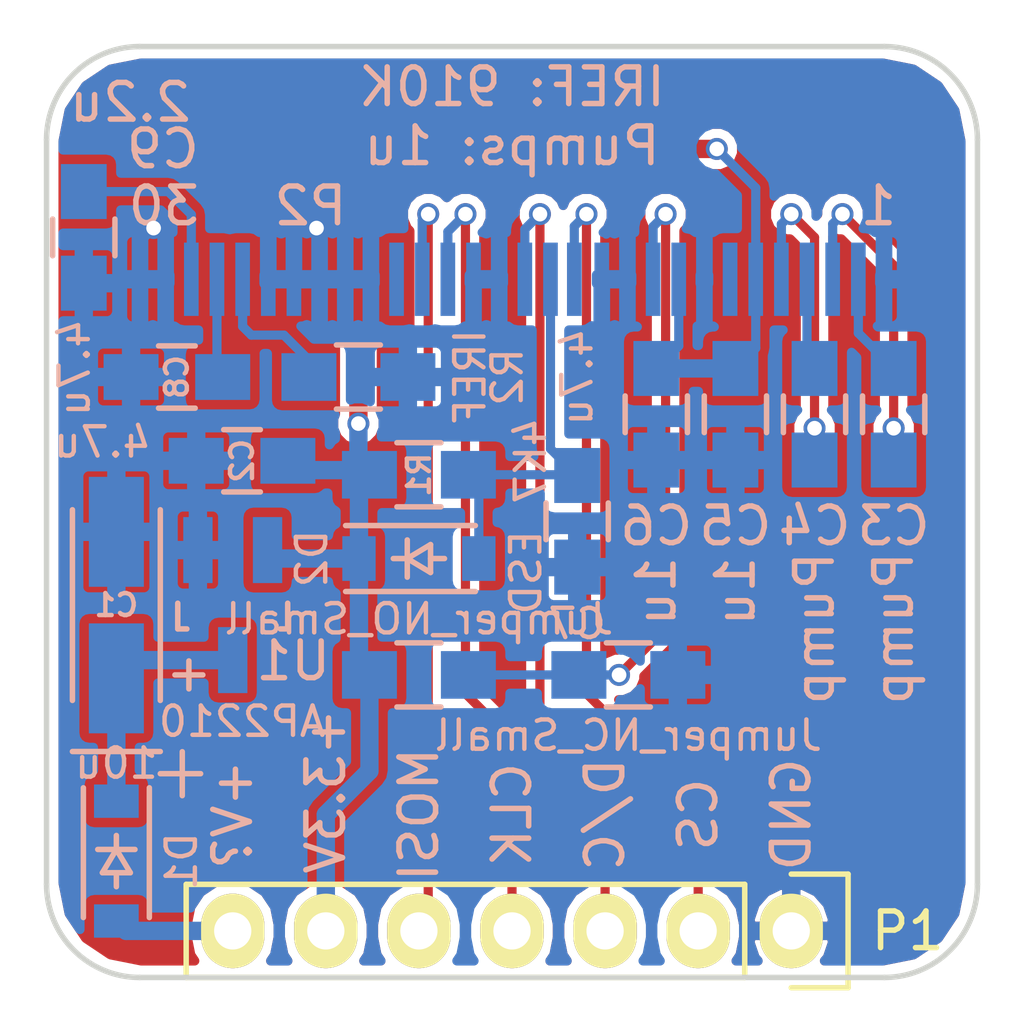
<source format=kicad_pcb>
(kicad_pcb (version 4) (host pcbnew 4.0.2+dfsg1-stable)

  (general
    (links 51)
    (no_connects 0)
    (area 170.104999 98.984999 195.655001 124.535001)
    (thickness 1.6)
    (drawings 16)
    (tracks 107)
    (zones 0)
    (modules 18)
    (nets 20)
  )

  (page A4)
  (layers
    (0 F.Cu signal)
    (31 B.Cu signal)
    (32 B.Adhes user)
    (33 F.Adhes user)
    (34 B.Paste user)
    (35 F.Paste user)
    (36 B.SilkS user)
    (37 F.SilkS user)
    (38 B.Mask user)
    (39 F.Mask user)
    (40 Dwgs.User user)
    (41 Cmts.User user)
    (42 Eco1.User user)
    (43 Eco2.User user)
    (44 Edge.Cuts user)
    (45 Margin user)
    (46 B.CrtYd user)
    (47 F.CrtYd user)
    (48 B.Fab user)
    (49 F.Fab user)
  )

  (setup
    (last_trace_width 0.25)
    (user_trace_width 0.5)
    (trace_clearance 0.17)
    (zone_clearance 0.25)
    (zone_45_only no)
    (trace_min 0.2)
    (segment_width 0.2)
    (edge_width 0.15)
    (via_size 0.6)
    (via_drill 0.4)
    (via_min_size 0.4)
    (via_min_drill 0.3)
    (uvia_size 0.3)
    (uvia_drill 0.1)
    (uvias_allowed no)
    (uvia_min_size 0.2)
    (uvia_min_drill 0.1)
    (pcb_text_width 0.15)
    (pcb_text_size 1 1)
    (mod_edge_width 0.15)
    (mod_text_size 1 1)
    (mod_text_width 0.15)
    (pad_size 2.032 1.7272)
    (pad_drill 1.016)
    (pad_to_mask_clearance 0.102)
    (aux_axis_origin 0 0)
    (visible_elements 7FFFFFFF)
    (pcbplotparams
      (layerselection 0x00030_80000001)
      (usegerberextensions false)
      (excludeedgelayer true)
      (linewidth 0.100000)
      (plotframeref false)
      (viasonmask false)
      (mode 1)
      (useauxorigin false)
      (hpglpennumber 1)
      (hpglpenspeed 20)
      (hpglpendiameter 15)
      (hpglpenoverlay 2)
      (psnegative false)
      (psa4output false)
      (plotreference true)
      (plotvalue true)
      (plotinvisibletext false)
      (padsonsilk false)
      (subtractmaskfromsilk false)
      (outputformat 1)
      (mirror false)
      (drillshape 1)
      (scaleselection 1)
      (outputdirectory ""))
  )

  (net 0 "")
  (net 1 GND)
  (net 2 "Net-(C1-Pad1)")
  (net 3 VPP)
  (net 4 "Net-(C3-Pad1)")
  (net 5 "Net-(C3-Pad2)")
  (net 6 "Net-(C4-Pad1)")
  (net 7 "Net-(C4-Pad2)")
  (net 8 OLED_Reset)
  (net 9 "Net-(C8-Pad2)")
  (net 10 "Net-(C9-Pad2)")
  (net 11 VDD)
  (net 12 "Net-(JP1-Pad1)")
  (net 13 CS)
  (net 14 CLK)
  (net 15 MOSI)
  (net 16 "Net-(P2-Pad7)")
  (net 17 "Net-(P2-Pad20)")
  (net 18 "Net-(P2-Pad26)")
  (net 19 D_C)

  (net_class Default "This is the default net class."
    (clearance 0.17)
    (trace_width 0.25)
    (via_dia 0.6)
    (via_drill 0.4)
    (uvia_dia 0.3)
    (uvia_drill 0.1)
    (add_net CLK)
    (add_net CS)
    (add_net D_C)
    (add_net GND)
    (add_net MOSI)
    (add_net "Net-(C1-Pad1)")
    (add_net "Net-(C3-Pad1)")
    (add_net "Net-(C3-Pad2)")
    (add_net "Net-(C4-Pad1)")
    (add_net "Net-(C4-Pad2)")
    (add_net "Net-(C8-Pad2)")
    (add_net "Net-(C9-Pad2)")
    (add_net "Net-(JP1-Pad1)")
    (add_net "Net-(P2-Pad20)")
    (add_net "Net-(P2-Pad26)")
    (add_net "Net-(P2-Pad7)")
    (add_net OLED_Reset)
    (add_net VDD)
    (add_net VPP)
  )

  (module Capacitors_Tantalum_SMD:TantalC_SizeA_EIA-3216_HandSoldering (layer B.Cu) (tedit 5AC97270) (tstamp 5ABFBF91)
    (at 172.085 114.3 90)
    (descr "Tantal Cap. , Size A, EIA-3216, Hand Soldering,")
    (tags "Tantal Cap. , Size A, EIA-3216, Hand Soldering,")
    (path /5ABED308)
    (attr smd)
    (fp_text reference C1 (at 0 0 180) (layer B.SilkS)
      (effects (font (size 0.6 0.6) (thickness 0.12)) (justify mirror))
    )
    (fp_text value 10u (at -4.318 0 180) (layer B.SilkS)
      (effects (font (size 0.8 0.8) (thickness 0.12)) (justify mirror))
    )
    (fp_text user + (at -1.905 1.905 90) (layer B.SilkS)
      (effects (font (size 1 1) (thickness 0.15)) (justify mirror))
    )
    (fp_line (start -2.60096 -1.19888) (end 2.60096 -1.19888) (layer B.SilkS) (width 0.15))
    (fp_line (start 2.60096 1.19888) (end -2.60096 1.19888) (layer B.SilkS) (width 0.15))
    (fp_line (start -4.59994 2.2987) (end -4.59994 1.19888) (layer B.SilkS) (width 0.15))
    (fp_line (start -5.19938 1.79832) (end -4.0005 1.79832) (layer B.SilkS) (width 0.15))
    (fp_line (start -3.99542 1.19888) (end -3.99542 -1.19888) (layer B.SilkS) (width 0.15))
    (pad 2 smd rect (at 1.99898 0 90) (size 2.99974 1.50114) (layers B.Cu B.Paste B.Mask)
      (net 1 GND))
    (pad 1 smd rect (at -1.99898 0 90) (size 2.99974 1.50114) (layers B.Cu B.Paste B.Mask)
      (net 2 "Net-(C1-Pad1)"))
    (model Capacitors_Tantalum_SMD.3dshapes/TantalC_SizeA_EIA-3216_HandSoldering.wrl
      (at (xyz 0 0 0))
      (scale (xyz 1 1 1))
      (rotate (xyz 0 0 180))
    )
  )

  (module Capacitors_SMD:C_0805_HandSoldering (layer B.Cu) (tedit 5AC97249) (tstamp 5ABFBF97)
    (at 175.514 110.363 180)
    (descr "Capacitor SMD 0805, hand soldering")
    (tags "capacitor 0805")
    (path /5ABED826)
    (attr smd)
    (fp_text reference C2 (at 0 0 270) (layer B.SilkS)
      (effects (font (size 0.6 0.6) (thickness 0.12)) (justify mirror))
    )
    (fp_text value 4.7u (at 3.81 0.508 180) (layer B.SilkS)
      (effects (font (size 0.8 0.8) (thickness 0.12)) (justify mirror))
    )
    (fp_line (start -2.3 1) (end 2.3 1) (layer B.CrtYd) (width 0.05))
    (fp_line (start -2.3 -1) (end 2.3 -1) (layer B.CrtYd) (width 0.05))
    (fp_line (start -2.3 1) (end -2.3 -1) (layer B.CrtYd) (width 0.05))
    (fp_line (start 2.3 1) (end 2.3 -1) (layer B.CrtYd) (width 0.05))
    (fp_line (start 0.5 0.85) (end -0.5 0.85) (layer B.SilkS) (width 0.15))
    (fp_line (start -0.5 -0.85) (end 0.5 -0.85) (layer B.SilkS) (width 0.15))
    (pad 1 smd rect (at -1.25 0 180) (size 1.5 1.25) (layers B.Cu B.Paste B.Mask)
      (net 3 VPP))
    (pad 2 smd rect (at 1.25 0 180) (size 1.5 1.25) (layers B.Cu B.Paste B.Mask)
      (net 1 GND))
    (model Capacitors_SMD.3dshapes/C_0805_HandSoldering.wrl
      (at (xyz 0 0 0))
      (scale (xyz 1 1 1))
      (rotate (xyz 0 0 0))
    )
  )

  (module Capacitors_SMD:C_0805_HandSoldering (layer B.Cu) (tedit 5ABFC265) (tstamp 5ABFBF9D)
    (at 193.294 109.093 90)
    (descr "Capacitor SMD 0805, hand soldering")
    (tags "capacitor 0805")
    (path /5ABEB524)
    (attr smd)
    (fp_text reference C3 (at -3.048 0 180) (layer B.SilkS)
      (effects (font (size 1 1) (thickness 0.15)) (justify mirror))
    )
    (fp_text value Pump (at -5.842 0 90) (layer B.SilkS)
      (effects (font (size 1 1) (thickness 0.15)) (justify mirror))
    )
    (fp_line (start -2.3 1) (end 2.3 1) (layer B.CrtYd) (width 0.05))
    (fp_line (start -2.3 -1) (end 2.3 -1) (layer B.CrtYd) (width 0.05))
    (fp_line (start -2.3 1) (end -2.3 -1) (layer B.CrtYd) (width 0.05))
    (fp_line (start 2.3 1) (end 2.3 -1) (layer B.CrtYd) (width 0.05))
    (fp_line (start 0.5 0.85) (end -0.5 0.85) (layer B.SilkS) (width 0.15))
    (fp_line (start -0.5 -0.85) (end 0.5 -0.85) (layer B.SilkS) (width 0.15))
    (pad 1 smd rect (at -1.25 0 90) (size 1.5 1.25) (layers B.Cu B.Paste B.Mask)
      (net 4 "Net-(C3-Pad1)"))
    (pad 2 smd rect (at 1.25 0 90) (size 1.5 1.25) (layers B.Cu B.Paste B.Mask)
      (net 5 "Net-(C3-Pad2)"))
    (model Capacitors_SMD.3dshapes/C_0805_HandSoldering.wrl
      (at (xyz 0 0 0))
      (scale (xyz 1 1 1))
      (rotate (xyz 0 0 0))
    )
  )

  (module Capacitors_SMD:C_0805_HandSoldering (layer B.Cu) (tedit 5ABFC263) (tstamp 5ABFBFA3)
    (at 191.135 109.093 90)
    (descr "Capacitor SMD 0805, hand soldering")
    (tags "capacitor 0805")
    (path /5ABEB461)
    (attr smd)
    (fp_text reference C4 (at -3.048 0 180) (layer B.SilkS)
      (effects (font (size 1 1) (thickness 0.15)) (justify mirror))
    )
    (fp_text value Pump (at -5.842 0 90) (layer B.SilkS)
      (effects (font (size 1 1) (thickness 0.15)) (justify mirror))
    )
    (fp_line (start -2.3 1) (end 2.3 1) (layer B.CrtYd) (width 0.05))
    (fp_line (start -2.3 -1) (end 2.3 -1) (layer B.CrtYd) (width 0.05))
    (fp_line (start -2.3 1) (end -2.3 -1) (layer B.CrtYd) (width 0.05))
    (fp_line (start 2.3 1) (end 2.3 -1) (layer B.CrtYd) (width 0.05))
    (fp_line (start 0.5 0.85) (end -0.5 0.85) (layer B.SilkS) (width 0.15))
    (fp_line (start -0.5 -0.85) (end 0.5 -0.85) (layer B.SilkS) (width 0.15))
    (pad 1 smd rect (at -1.25 0 90) (size 1.5 1.25) (layers B.Cu B.Paste B.Mask)
      (net 6 "Net-(C4-Pad1)"))
    (pad 2 smd rect (at 1.25 0 90) (size 1.5 1.25) (layers B.Cu B.Paste B.Mask)
      (net 7 "Net-(C4-Pad2)"))
    (model Capacitors_SMD.3dshapes/C_0805_HandSoldering.wrl
      (at (xyz 0 0 0))
      (scale (xyz 1 1 1))
      (rotate (xyz 0 0 0))
    )
  )

  (module Capacitors_SMD:C_0805_HandSoldering (layer B.Cu) (tedit 5ABFC2BE) (tstamp 5ABFBFA9)
    (at 188.976 109.093 270)
    (descr "Capacitor SMD 0805, hand soldering")
    (tags "capacitor 0805")
    (path /5ABEAEB5)
    (attr smd)
    (fp_text reference C5 (at 3.048 0 360) (layer B.SilkS)
      (effects (font (size 1 1) (thickness 0.15)) (justify mirror))
    )
    (fp_text value 1u (at 4.826 0 270) (layer B.SilkS)
      (effects (font (size 1 1) (thickness 0.15)) (justify mirror))
    )
    (fp_line (start -2.3 1) (end 2.3 1) (layer B.CrtYd) (width 0.05))
    (fp_line (start -2.3 -1) (end 2.3 -1) (layer B.CrtYd) (width 0.05))
    (fp_line (start -2.3 1) (end -2.3 -1) (layer B.CrtYd) (width 0.05))
    (fp_line (start 2.3 1) (end 2.3 -1) (layer B.CrtYd) (width 0.05))
    (fp_line (start 0.5 0.85) (end -0.5 0.85) (layer B.SilkS) (width 0.15))
    (fp_line (start -0.5 -0.85) (end 0.5 -0.85) (layer B.SilkS) (width 0.15))
    (pad 1 smd rect (at -1.25 0 270) (size 1.5 1.25) (layers B.Cu B.Paste B.Mask)
      (net 3 VPP))
    (pad 2 smd rect (at 1.25 0 270) (size 1.5 1.25) (layers B.Cu B.Paste B.Mask)
      (net 1 GND))
    (model Capacitors_SMD.3dshapes/C_0805_HandSoldering.wrl
      (at (xyz 0 0 0))
      (scale (xyz 1 1 1))
      (rotate (xyz 0 0 0))
    )
  )

  (module Capacitors_SMD:C_0805_HandSoldering (layer B.Cu) (tedit 5ABFC2DD) (tstamp 5ABFBFAF)
    (at 186.817 109.093 270)
    (descr "Capacitor SMD 0805, hand soldering")
    (tags "capacitor 0805")
    (path /5ABEA6F1)
    (attr smd)
    (fp_text reference C6 (at 3.048 0 360) (layer B.SilkS)
      (effects (font (size 1 1) (thickness 0.15)) (justify mirror))
    )
    (fp_text value 1u (at 4.826 0 450) (layer B.SilkS)
      (effects (font (size 1 1) (thickness 0.15)) (justify mirror))
    )
    (fp_line (start -2.3 1) (end 2.3 1) (layer B.CrtYd) (width 0.05))
    (fp_line (start -2.3 -1) (end 2.3 -1) (layer B.CrtYd) (width 0.05))
    (fp_line (start -2.3 1) (end -2.3 -1) (layer B.CrtYd) (width 0.05))
    (fp_line (start 2.3 1) (end 2.3 -1) (layer B.CrtYd) (width 0.05))
    (fp_line (start 0.5 0.85) (end -0.5 0.85) (layer B.SilkS) (width 0.15))
    (fp_line (start -0.5 -0.85) (end 0.5 -0.85) (layer B.SilkS) (width 0.15))
    (pad 1 smd rect (at -1.25 0 270) (size 1.5 1.25) (layers B.Cu B.Paste B.Mask)
      (net 3 VPP))
    (pad 2 smd rect (at 1.25 0 270) (size 1.5 1.25) (layers B.Cu B.Paste B.Mask)
      (net 1 GND))
    (model Capacitors_SMD.3dshapes/C_0805_HandSoldering.wrl
      (at (xyz 0 0 0))
      (scale (xyz 1 1 1))
      (rotate (xyz 0 0 0))
    )
  )

  (module Capacitors_SMD:C_0805_HandSoldering (layer B.Cu) (tedit 5ABFC42D) (tstamp 5ABFBFB5)
    (at 184.658 112.014 270)
    (descr "Capacitor SMD 0805, hand soldering")
    (tags "capacitor 0805")
    (path /5ABE9870)
    (attr smd)
    (fp_text reference C7 (at 2.794 0 360) (layer B.SilkS)
      (effects (font (size 0.8 0.8) (thickness 0.12)) (justify mirror))
    )
    (fp_text value 4.7u (at -3.937 0 270) (layer B.SilkS)
      (effects (font (size 0.8 0.8) (thickness 0.12)) (justify mirror))
    )
    (fp_line (start -2.3 1) (end 2.3 1) (layer B.CrtYd) (width 0.05))
    (fp_line (start -2.3 -1) (end 2.3 -1) (layer B.CrtYd) (width 0.05))
    (fp_line (start -2.3 1) (end -2.3 -1) (layer B.CrtYd) (width 0.05))
    (fp_line (start 2.3 1) (end 2.3 -1) (layer B.CrtYd) (width 0.05))
    (fp_line (start 0.5 0.85) (end -0.5 0.85) (layer B.SilkS) (width 0.15))
    (fp_line (start -0.5 -0.85) (end 0.5 -0.85) (layer B.SilkS) (width 0.15))
    (pad 1 smd rect (at -1.25 0 270) (size 1.5 1.25) (layers B.Cu B.Paste B.Mask)
      (net 8 OLED_Reset))
    (pad 2 smd rect (at 1.25 0 270) (size 1.5 1.25) (layers B.Cu B.Paste B.Mask)
      (net 1 GND))
    (model Capacitors_SMD.3dshapes/C_0805_HandSoldering.wrl
      (at (xyz 0 0 0))
      (scale (xyz 1 1 1))
      (rotate (xyz 0 0 0))
    )
  )

  (module Capacitors_SMD:C_0805_HandSoldering (layer B.Cu) (tedit 5AC9724F) (tstamp 5ABFBFBB)
    (at 173.736 108.077)
    (descr "Capacitor SMD 0805, hand soldering")
    (tags "capacitor 0805")
    (path /5ABE90E5)
    (attr smd)
    (fp_text reference C8 (at 0 0 90) (layer B.SilkS)
      (effects (font (size 0.6 0.6) (thickness 0.12)) (justify mirror))
    )
    (fp_text value 4.7u (at -2.794 -0.254 90) (layer B.SilkS)
      (effects (font (size 0.8 0.8) (thickness 0.12)) (justify mirror))
    )
    (fp_line (start -2.3 1) (end 2.3 1) (layer B.CrtYd) (width 0.05))
    (fp_line (start -2.3 -1) (end 2.3 -1) (layer B.CrtYd) (width 0.05))
    (fp_line (start -2.3 1) (end -2.3 -1) (layer B.CrtYd) (width 0.05))
    (fp_line (start 2.3 1) (end 2.3 -1) (layer B.CrtYd) (width 0.05))
    (fp_line (start 0.5 0.85) (end -0.5 0.85) (layer B.SilkS) (width 0.15))
    (fp_line (start -0.5 -0.85) (end 0.5 -0.85) (layer B.SilkS) (width 0.15))
    (pad 1 smd rect (at -1.25 0) (size 1.5 1.25) (layers B.Cu B.Paste B.Mask)
      (net 1 GND))
    (pad 2 smd rect (at 1.25 0) (size 1.5 1.25) (layers B.Cu B.Paste B.Mask)
      (net 9 "Net-(C8-Pad2)"))
    (model Capacitors_SMD.3dshapes/C_0805_HandSoldering.wrl
      (at (xyz 0 0 0))
      (scale (xyz 1 1 1))
      (rotate (xyz 0 0 0))
    )
  )

  (module Capacitors_SMD:C_0805_HandSoldering (layer B.Cu) (tedit 5AC97213) (tstamp 5ABFBFC1)
    (at 171.196 104.267 90)
    (descr "Capacitor SMD 0805, hand soldering")
    (tags "capacitor 0805")
    (path /5ABE90A7)
    (attr smd)
    (fp_text reference C9 (at 2.413 2.159 180) (layer B.SilkS)
      (effects (font (size 1 1) (thickness 0.15)) (justify mirror))
    )
    (fp_text value 2.2u (at 3.683 1.27 360) (layer B.SilkS)
      (effects (font (size 1 1) (thickness 0.15)) (justify mirror))
    )
    (fp_line (start -2.3 1) (end 2.3 1) (layer B.CrtYd) (width 0.05))
    (fp_line (start -2.3 -1) (end 2.3 -1) (layer B.CrtYd) (width 0.05))
    (fp_line (start -2.3 1) (end -2.3 -1) (layer B.CrtYd) (width 0.05))
    (fp_line (start 2.3 1) (end 2.3 -1) (layer B.CrtYd) (width 0.05))
    (fp_line (start 0.5 0.85) (end -0.5 0.85) (layer B.SilkS) (width 0.15))
    (fp_line (start -0.5 -0.85) (end 0.5 -0.85) (layer B.SilkS) (width 0.15))
    (pad 1 smd rect (at -1.25 0 90) (size 1.5 1.25) (layers B.Cu B.Paste B.Mask)
      (net 1 GND))
    (pad 2 smd rect (at 1.25 0 90) (size 1.5 1.25) (layers B.Cu B.Paste B.Mask)
      (net 10 "Net-(C9-Pad2)"))
    (model Capacitors_SMD.3dshapes/C_0805_HandSoldering.wrl
      (at (xyz 0 0 0))
      (scale (xyz 1 1 1))
      (rotate (xyz 0 0 0))
    )
  )

  (module Diodes_SMD:SOD-123 (layer B.Cu) (tedit 5ABFC1DE) (tstamp 5ABFBFC7)
    (at 172.085 121.285 270)
    (descr SOD-123)
    (tags SOD-123)
    (path /5ABECF75)
    (attr smd)
    (fp_text reference D1 (at 0 -1.778 270) (layer B.SilkS)
      (effects (font (size 0.8 0.8) (thickness 0.12)) (justify mirror))
    )
    (fp_text value <.5Vf (at 0 2.921 270) (layer B.SilkS) hide
      (effects (font (size 1 1) (thickness 0.15)) (justify mirror))
    )
    (fp_line (start 0.3175 0) (end 0.6985 0) (layer B.SilkS) (width 0.15))
    (fp_line (start -0.6985 0) (end -0.3175 0) (layer B.SilkS) (width 0.15))
    (fp_line (start -0.3175 0) (end 0.3175 0.381) (layer B.SilkS) (width 0.15))
    (fp_line (start 0.3175 0.381) (end 0.3175 -0.381) (layer B.SilkS) (width 0.15))
    (fp_line (start 0.3175 -0.381) (end -0.3175 0) (layer B.SilkS) (width 0.15))
    (fp_line (start -0.3175 0.508) (end -0.3175 -0.508) (layer B.SilkS) (width 0.15))
    (fp_line (start -2.25 1.05) (end 2.25 1.05) (layer B.CrtYd) (width 0.05))
    (fp_line (start 2.25 1.05) (end 2.25 -1.05) (layer B.CrtYd) (width 0.05))
    (fp_line (start 2.25 -1.05) (end -2.25 -1.05) (layer B.CrtYd) (width 0.05))
    (fp_line (start -2.25 1.05) (end -2.25 -1.05) (layer B.CrtYd) (width 0.05))
    (fp_line (start -2 -0.9) (end 1.54 -0.9) (layer B.SilkS) (width 0.15))
    (fp_line (start -2 0.9) (end 1.54 0.9) (layer B.SilkS) (width 0.15))
    (pad 1 smd rect (at -1.635 0 270) (size 0.91 1.22) (layers B.Cu B.Paste B.Mask)
      (net 2 "Net-(C1-Pad1)"))
    (pad 2 smd rect (at 1.635 0 270) (size 0.91 1.22) (layers B.Cu B.Paste B.Mask)
      (net 11 VDD))
  )

  (module Diodes_SMD:SOD-123 (layer B.Cu) (tedit 5ABFC422) (tstamp 5ABFBFCD)
    (at 180.34 113.03)
    (descr SOD-123)
    (tags SOD-123)
    (path /5ABE9714)
    (attr smd)
    (fp_text reference D2 (at -2.921 0 90) (layer B.SilkS)
      (effects (font (size 0.8 0.8) (thickness 0.12)) (justify mirror))
    )
    (fp_text value ESD (at 2.921 0.381 90) (layer B.SilkS)
      (effects (font (size 0.8 0.8) (thickness 0.12)) (justify mirror))
    )
    (fp_line (start 0.3175 0) (end 0.6985 0) (layer B.SilkS) (width 0.15))
    (fp_line (start -0.6985 0) (end -0.3175 0) (layer B.SilkS) (width 0.15))
    (fp_line (start -0.3175 0) (end 0.3175 0.381) (layer B.SilkS) (width 0.15))
    (fp_line (start 0.3175 0.381) (end 0.3175 -0.381) (layer B.SilkS) (width 0.15))
    (fp_line (start 0.3175 -0.381) (end -0.3175 0) (layer B.SilkS) (width 0.15))
    (fp_line (start -0.3175 0.508) (end -0.3175 -0.508) (layer B.SilkS) (width 0.15))
    (fp_line (start -2.25 1.05) (end 2.25 1.05) (layer B.CrtYd) (width 0.05))
    (fp_line (start 2.25 1.05) (end 2.25 -1.05) (layer B.CrtYd) (width 0.05))
    (fp_line (start 2.25 -1.05) (end -2.25 -1.05) (layer B.CrtYd) (width 0.05))
    (fp_line (start -2.25 1.05) (end -2.25 -1.05) (layer B.CrtYd) (width 0.05))
    (fp_line (start -2 -0.9) (end 1.54 -0.9) (layer B.SilkS) (width 0.15))
    (fp_line (start -2 0.9) (end 1.54 0.9) (layer B.SilkS) (width 0.15))
    (pad 1 smd rect (at -1.635 0) (size 0.91 1.22) (layers B.Cu B.Paste B.Mask)
      (net 3 VPP))
    (pad 2 smd rect (at 1.635 0) (size 0.91 1.22) (layers B.Cu B.Paste B.Mask)
      (net 8 OLED_Reset))
  )

  (module Resistors_SMD:R_0805_HandSoldering (layer B.Cu) (tedit 5ABFC361) (tstamp 5ABFBFD3)
    (at 180.34 116.205 180)
    (descr "Resistor SMD 0805, hand soldering")
    (tags "resistor 0805")
    (path /5ABEA273)
    (attr smd)
    (fp_text reference JP1 (at 0 0 180) (layer B.SilkS) hide
      (effects (font (size 1 1) (thickness 0.15)) (justify mirror))
    )
    (fp_text value Jumper_NO_Small (at 0 1.524 180) (layer B.SilkS)
      (effects (font (size 0.8 0.8) (thickness 0.12)) (justify mirror))
    )
    (fp_line (start -2.4 1) (end 2.4 1) (layer B.CrtYd) (width 0.05))
    (fp_line (start -2.4 -1) (end 2.4 -1) (layer B.CrtYd) (width 0.05))
    (fp_line (start -2.4 1) (end -2.4 -1) (layer B.CrtYd) (width 0.05))
    (fp_line (start 2.4 1) (end 2.4 -1) (layer B.CrtYd) (width 0.05))
    (fp_line (start 0.6 -0.875) (end -0.6 -0.875) (layer B.SilkS) (width 0.15))
    (fp_line (start -0.6 0.875) (end 0.6 0.875) (layer B.SilkS) (width 0.15))
    (pad 1 smd rect (at -1.35 0 180) (size 1.5 1.3) (layers B.Cu B.Paste B.Mask)
      (net 12 "Net-(JP1-Pad1)"))
    (pad 2 smd rect (at 1.35 0 180) (size 1.5 1.3) (layers B.Cu B.Paste B.Mask)
      (net 3 VPP))
    (model Resistors_SMD.3dshapes/R_0805_HandSoldering.wrl
      (at (xyz 0 0 0))
      (scale (xyz 1 1 1))
      (rotate (xyz 0 0 0))
    )
  )

  (module Resistors_SMD:R_0805_HandSoldering (layer B.Cu) (tedit 5ABFC371) (tstamp 5ABFBFD9)
    (at 186.055 116.205)
    (descr "Resistor SMD 0805, hand soldering")
    (tags "resistor 0805")
    (path /5ABE9C8F)
    (attr smd)
    (fp_text reference JP2 (at -0.127 0) (layer B.SilkS) hide
      (effects (font (size 1 1) (thickness 0.15)) (justify mirror))
    )
    (fp_text value Jumper_NC_Small (at 0 1.651 180) (layer B.SilkS)
      (effects (font (size 0.8 0.8) (thickness 0.12)) (justify mirror))
    )
    (fp_line (start -2.4 1) (end 2.4 1) (layer B.CrtYd) (width 0.05))
    (fp_line (start -2.4 -1) (end 2.4 -1) (layer B.CrtYd) (width 0.05))
    (fp_line (start -2.4 1) (end -2.4 -1) (layer B.CrtYd) (width 0.05))
    (fp_line (start 2.4 1) (end 2.4 -1) (layer B.CrtYd) (width 0.05))
    (fp_line (start 0.6 -0.875) (end -0.6 -0.875) (layer B.SilkS) (width 0.15))
    (fp_line (start -0.6 0.875) (end 0.6 0.875) (layer B.SilkS) (width 0.15))
    (pad 1 smd rect (at -1.35 0) (size 1.5 1.3) (layers B.Cu B.Paste B.Mask)
      (net 12 "Net-(JP1-Pad1)"))
    (pad 2 smd rect (at 1.35 0) (size 1.5 1.3) (layers B.Cu B.Paste B.Mask)
      (net 1 GND))
    (model Resistors_SMD.3dshapes/R_0805_HandSoldering.wrl
      (at (xyz 0 0 0))
      (scale (xyz 1 1 1))
      (rotate (xyz 0 0 0))
    )
  )

  (module Pin_Headers:Pin_Header_Straight_1x07 (layer F.Cu) (tedit 5AC97334) (tstamp 5ABFBFE4)
    (at 190.5 123.19 270)
    (descr "Through hole pin header")
    (tags "pin header")
    (path /5ABEBEFE)
    (fp_text reference P1 (at 0 -3.175 540) (layer F.SilkS)
      (effects (font (size 1 1) (thickness 0.15)))
    )
    (fp_text value Conn (at 3.175 0 360) (layer F.Fab) hide
      (effects (font (size 1 1) (thickness 0.15)))
    )
    (fp_line (start -1.75 -1.75) (end -1.75 17) (layer F.CrtYd) (width 0.05))
    (fp_line (start 1.75 -1.75) (end 1.75 17) (layer F.CrtYd) (width 0.05))
    (fp_line (start -1.75 -1.75) (end 1.75 -1.75) (layer F.CrtYd) (width 0.05))
    (fp_line (start -1.75 17) (end 1.75 17) (layer F.CrtYd) (width 0.05))
    (fp_line (start 1.27 1.27) (end 1.27 16.51) (layer F.SilkS) (width 0.15))
    (fp_line (start 1.27 16.51) (end -1.27 16.51) (layer F.SilkS) (width 0.15))
    (fp_line (start -1.27 16.51) (end -1.27 1.27) (layer F.SilkS) (width 0.15))
    (fp_line (start 1.55 -1.55) (end 1.55 0) (layer F.SilkS) (width 0.15))
    (fp_line (start 1.27 1.27) (end -1.27 1.27) (layer F.SilkS) (width 0.15))
    (fp_line (start -1.55 0) (end -1.55 -1.55) (layer F.SilkS) (width 0.15))
    (fp_line (start -1.55 -1.55) (end 1.55 -1.55) (layer F.SilkS) (width 0.15))
    (pad 1 thru_hole oval (at 0 0 270) (size 2.032 1.7272) (drill 1.016) (layers *.Cu *.Mask F.SilkS)
      (net 1 GND))
    (pad 2 thru_hole oval (at 0 2.54 270) (size 2.032 1.7272) (drill 1.016) (layers *.Cu *.Mask F.SilkS)
      (net 13 CS))
    (pad 3 thru_hole oval (at 0 5.08 270) (size 2.032 1.7272) (drill 1.016) (layers *.Cu *.Mask F.SilkS)
      (net 19 D_C))
    (pad 4 thru_hole oval (at 0 7.62 270) (size 2.032 1.7272) (drill 1.016) (layers *.Cu *.Mask F.SilkS)
      (net 14 CLK))
    (pad 5 thru_hole oval (at 0 10.16 270) (size 2.032 1.7272) (drill 1.016) (layers *.Cu *.Mask F.SilkS)
      (net 15 MOSI))
    (pad 6 thru_hole oval (at 0 12.7 270) (size 2.032 1.7272) (drill 1.016) (layers *.Cu *.Mask F.SilkS)
      (net 3 VPP))
    (pad 7 thru_hole oval (at 0 15.24 270) (size 2.032 1.7272) (drill 1.016) (layers *.Cu *.Mask F.SilkS)
      (net 11 VDD))
    (model Pin_Headers.3dshapes/Pin_Header_Straight_1x07.wrl
      (at (xyz 0 -0.3 0))
      (scale (xyz 1 1 1))
      (rotate (xyz 0 0 90))
    )
  )

  (module Resistors_SMD:R_0805_HandSoldering (layer B.Cu) (tedit 5AC97238) (tstamp 5ABFC00C)
    (at 180.34 110.744 180)
    (descr "Resistor SMD 0805, hand soldering")
    (tags "resistor 0805")
    (path /5ABE96BC)
    (attr smd)
    (fp_text reference R1 (at 0 0 270) (layer B.SilkS)
      (effects (font (size 0.6 0.6) (thickness 0.12)) (justify mirror))
    )
    (fp_text value 4K7 (at -3.048 0.381 270) (layer B.SilkS)
      (effects (font (size 0.8 0.8) (thickness 0.12)) (justify mirror))
    )
    (fp_line (start -2.4 1) (end 2.4 1) (layer B.CrtYd) (width 0.05))
    (fp_line (start -2.4 -1) (end 2.4 -1) (layer B.CrtYd) (width 0.05))
    (fp_line (start -2.4 1) (end -2.4 -1) (layer B.CrtYd) (width 0.05))
    (fp_line (start 2.4 1) (end 2.4 -1) (layer B.CrtYd) (width 0.05))
    (fp_line (start 0.6 -0.875) (end -0.6 -0.875) (layer B.SilkS) (width 0.15))
    (fp_line (start -0.6 0.875) (end 0.6 0.875) (layer B.SilkS) (width 0.15))
    (pad 1 smd rect (at -1.35 0 180) (size 1.5 1.3) (layers B.Cu B.Paste B.Mask)
      (net 8 OLED_Reset))
    (pad 2 smd rect (at 1.35 0 180) (size 1.5 1.3) (layers B.Cu B.Paste B.Mask)
      (net 3 VPP))
    (model Resistors_SMD.3dshapes/R_0805_HandSoldering.wrl
      (at (xyz 0 0 0))
      (scale (xyz 1 1 1))
      (rotate (xyz 0 0 0))
    )
  )

  (module Resistors_SMD:R_0805_HandSoldering (layer B.Cu) (tedit 5ABFC485) (tstamp 5ABFC012)
    (at 178.689 108.077 180)
    (descr "Resistor SMD 0805, hand soldering")
    (tags "resistor 0805")
    (path /5ABE91BB)
    (attr smd)
    (fp_text reference R2 (at -4.064 0 270) (layer B.SilkS)
      (effects (font (size 0.8 0.8) (thickness 0.12)) (justify mirror))
    )
    (fp_text value IREF (at -3.048 0 270) (layer B.SilkS)
      (effects (font (size 0.8 0.8) (thickness 0.12)) (justify mirror))
    )
    (fp_line (start -2.4 1) (end 2.4 1) (layer B.CrtYd) (width 0.05))
    (fp_line (start -2.4 -1) (end 2.4 -1) (layer B.CrtYd) (width 0.05))
    (fp_line (start -2.4 1) (end -2.4 -1) (layer B.CrtYd) (width 0.05))
    (fp_line (start 2.4 1) (end 2.4 -1) (layer B.CrtYd) (width 0.05))
    (fp_line (start 0.6 -0.875) (end -0.6 -0.875) (layer B.SilkS) (width 0.15))
    (fp_line (start -0.6 0.875) (end 0.6 0.875) (layer B.SilkS) (width 0.15))
    (pad 1 smd rect (at -1.35 0 180) (size 1.5 1.3) (layers B.Cu B.Paste B.Mask)
      (net 1 GND))
    (pad 2 smd rect (at 1.35 0 180) (size 1.5 1.3) (layers B.Cu B.Paste B.Mask)
      (net 18 "Net-(P2-Pad26)"))
    (model Resistors_SMD.3dshapes/R_0805_HandSoldering.wrl
      (at (xyz 0 0 0))
      (scale (xyz 1 1 1))
      (rotate (xyz 0 0 0))
    )
  )

  (module TO_SOT_Packages_SMD:SOT-23_Handsoldering (layer B.Cu) (tedit 5AC971F8) (tstamp 5ABFC019)
    (at 175.26 114.3)
    (descr "SOT-23, Handsoldering")
    (tags SOT-23)
    (path /5AD94D32)
    (attr smd)
    (fp_text reference U1 (at 1.651 1.524) (layer B.SilkS)
      (effects (font (size 1 1) (thickness 0.15)) (justify mirror))
    )
    (fp_text value AP2210 (at 0.254 3.175) (layer B.SilkS)
      (effects (font (size 0.8 0.8) (thickness 0.12)) (justify mirror))
    )
    (fp_line (start -1.49982 -0.0508) (end -1.49982 0.65024) (layer B.SilkS) (width 0.15))
    (fp_line (start -1.49982 0.65024) (end -1.2509 0.65024) (layer B.SilkS) (width 0.15))
    (fp_line (start 1.29916 0.65024) (end 1.49982 0.65024) (layer B.SilkS) (width 0.15))
    (fp_line (start 1.49982 0.65024) (end 1.49982 -0.0508) (layer B.SilkS) (width 0.15))
    (pad 1 smd rect (at -0.95 -1.50114) (size 0.8001 1.80086) (layers B.Cu B.Paste B.Mask)
      (net 1 GND))
    (pad 2 smd rect (at 0.95 -1.50114) (size 0.8001 1.80086) (layers B.Cu B.Paste B.Mask)
      (net 3 VPP))
    (pad 3 smd rect (at 0 1.50114) (size 0.8001 1.80086) (layers B.Cu B.Paste B.Mask)
      (net 2 "Net-(C1-Pad1)"))
    (model TO_SOT_Packages_SMD.3dshapes/SOT-23_Handsoldering.wrl
      (at (xyz 0 0 0))
      (scale (xyz 1 1 1))
      (rotate (xyz 0 0 0))
    )
  )

  (module ribbon_connectors:SSD1306_ribbon (layer B.Cu) (tedit 5A8E3418) (tstamp 5AD9466F)
    (at 182.88 105.41 180)
    (path /5AD94674)
    (fp_text reference P2 (at 5.5 2 180) (layer B.SilkS)
      (effects (font (size 1 1) (thickness 0.15)) (justify mirror))
    )
    (fp_text value SSD1306_ribbon (at -3 2 180) (layer B.Fab)
      (effects (font (size 1 1) (thickness 0.15)) (justify mirror))
    )
    (fp_text user 30 (at 9.5 2 180) (layer B.SilkS)
      (effects (font (size 1 1) (thickness 0.15)) (justify mirror))
    )
    (fp_text user 1 (at -10 2 180) (layer B.SilkS)
      (effects (font (size 1 1) (thickness 0.15)) (justify mirror))
    )
    (pad 15 smd rect (at -0.35 0 180) (size 0.4 2) (layers B.Cu B.Paste B.Mask)
      (net 19 D_C))
    (pad 16 smd rect (at 0.35 0 180) (size 0.4 2) (layers B.Cu B.Paste B.Mask)
      (net 1 GND))
    (pad 1 smd rect (at -10.15 0 180) (size 0.4 2) (layers B.Cu B.Paste B.Mask)
      (net 1 GND))
    (pad 2 smd rect (at -9.45 0 180) (size 0.4 2) (layers B.Cu B.Paste B.Mask)
      (net 5 "Net-(C3-Pad2)"))
    (pad 3 smd rect (at -8.75 0 180) (size 0.4 2) (layers B.Cu B.Paste B.Mask)
      (net 4 "Net-(C3-Pad1)"))
    (pad 4 smd rect (at -8.05 0 180) (size 0.4 2) (layers B.Cu B.Paste B.Mask)
      (net 7 "Net-(C4-Pad2)"))
    (pad 5 smd rect (at -7.35 0 180) (size 0.4 2) (layers B.Cu B.Paste B.Mask)
      (net 6 "Net-(C4-Pad1)"))
    (pad 6 smd rect (at -6.65 0 180) (size 0.4 2) (layers B.Cu B.Paste B.Mask)
      (net 3 VPP))
    (pad 7 smd rect (at -5.95 0 180) (size 0.4 2) (layers B.Cu B.Paste B.Mask)
      (net 16 "Net-(P2-Pad7)"))
    (pad 8 smd rect (at -5.25 0 180) (size 0.4 2) (layers B.Cu B.Paste B.Mask)
      (net 1 GND))
    (pad 9 smd rect (at -4.55 0 180) (size 0.4 2) (layers B.Cu B.Paste B.Mask)
      (net 3 VPP))
    (pad 10 smd rect (at -3.85 0 180) (size 0.4 2) (layers B.Cu B.Paste B.Mask)
      (net 12 "Net-(JP1-Pad1)"))
    (pad 11 smd rect (at -3.15 0 180) (size 0.4 2) (layers B.Cu B.Paste B.Mask)
      (net 1 GND))
    (pad 12 smd rect (at -2.45 0 180) (size 0.4 2) (layers B.Cu B.Paste B.Mask)
      (net 1 GND))
    (pad 13 smd rect (at -1.7 0 180) (size 0.4 2) (layers B.Cu B.Paste B.Mask)
      (net 13 CS))
    (pad 14 smd rect (at -1.05 0 180) (size 0.4 2) (layers B.Cu B.Paste B.Mask)
      (net 8 OLED_Reset))
    (pad 17 smd rect (at 1.05 0 180) (size 0.4 2) (layers B.Cu B.Paste B.Mask)
      (net 1 GND))
    (pad 18 smd rect (at 1.75 0 180) (size 0.4 2) (layers B.Cu B.Paste B.Mask)
      (net 14 CLK))
    (pad 19 smd rect (at 2.45 0 180) (size 0.4 2) (layers B.Cu B.Paste B.Mask)
      (net 15 MOSI))
    (pad 20 smd rect (at 3.15 0 180) (size 0.4 2) (layers B.Cu B.Paste B.Mask)
      (net 17 "Net-(P2-Pad20)"))
    (pad 21 smd rect (at 3.85 0 180) (size 0.4 2) (layers B.Cu B.Paste B.Mask)
      (net 1 GND))
    (pad 22 smd rect (at 4.55 0 180) (size 0.4 2) (layers B.Cu B.Paste B.Mask)
      (net 1 GND))
    (pad 23 smd rect (at 5.25 0 180) (size 0.4 2) (layers B.Cu B.Paste B.Mask)
      (net 1 GND))
    (pad 24 smd rect (at 5.95 0 180) (size 0.4 2) (layers B.Cu B.Paste B.Mask)
      (net 1 GND))
    (pad 25 smd rect (at 6.65 0 180) (size 0.4 2) (layers B.Cu B.Paste B.Mask)
      (net 1 GND))
    (pad 26 smd rect (at 7.35 0 180) (size 0.4 2) (layers B.Cu B.Paste B.Mask)
      (net 18 "Net-(P2-Pad26)"))
    (pad 27 smd rect (at 8.05 0 180) (size 0.4 2) (layers B.Cu B.Paste B.Mask)
      (net 9 "Net-(C8-Pad2)"))
    (pad 28 smd rect (at 8.75 0 180) (size 0.4 2) (layers B.Cu B.Paste B.Mask)
      (net 10 "Net-(C9-Pad2)"))
    (pad 29 smd rect (at 9.45 0 180) (size 0.4 2) (layers B.Cu B.Paste B.Mask)
      (net 1 GND))
    (pad 30 smd rect (at 10.15 0 180) (size 0.4 2) (layers B.Cu B.Paste B.Mask)
      (net 1 GND))
  )

  (gr_text "IREF: 910K\nPumps: 1u" (at 182.88 100.965) (layer B.SilkS)
    (effects (font (size 1 1) (thickness 0.15)) (justify mirror))
  )
  (gr_text GND (at 190.5 120.015 90) (layer B.SilkS)
    (effects (font (size 1 1) (thickness 0.15)) (justify mirror))
  )
  (gr_text CS (at 187.96 120.015 90) (layer B.SilkS)
    (effects (font (size 1 1) (thickness 0.15)) (justify mirror))
  )
  (gr_text D/C (at 185.42 120.015 90) (layer B.SilkS)
    (effects (font (size 1 1) (thickness 0.15)) (justify mirror))
  )
  (gr_text CLK (at 182.88 120.015 90) (layer B.SilkS)
    (effects (font (size 1 1) (thickness 0.15)) (justify mirror))
  )
  (gr_text MOSI (at 180.34 120.015 90) (layer B.SilkS)
    (effects (font (size 1 1) (thickness 0.15)) (justify mirror))
  )
  (gr_text +3.3V (at 177.8 119.38 90) (layer B.SilkS)
    (effects (font (size 1 1) (thickness 0.15)) (justify mirror))
  )
  (gr_text +V? (at 175.26 120.015 90) (layer B.SilkS)
    (effects (font (size 1 1) (thickness 0.15)) (justify mirror))
  )
  (gr_arc (start 193.04 121.92) (end 195.58 121.92) (angle 90) (layer Edge.Cuts) (width 0.15))
  (gr_arc (start 172.72 121.92) (end 172.72 124.46) (angle 90) (layer Edge.Cuts) (width 0.15))
  (gr_arc (start 172.72 101.6) (end 170.18 101.6) (angle 90) (layer Edge.Cuts) (width 0.15))
  (gr_arc (start 193.04 101.6) (end 193.04 99.06) (angle 90) (layer Edge.Cuts) (width 0.15))
  (gr_line (start 170.18 121.92) (end 170.18 101.6) (angle 90) (layer Edge.Cuts) (width 0.15))
  (gr_line (start 193.04 124.46) (end 172.72 124.46) (angle 90) (layer Edge.Cuts) (width 0.15))
  (gr_line (start 195.58 101.6) (end 195.58 121.92) (angle 90) (layer Edge.Cuts) (width 0.15))
  (gr_line (start 172.72 99.06) (end 193.04 99.06) (angle 90) (layer Edge.Cuts) (width 0.15))

  (segment (start 172.73 105.41) (end 172.73 104.384) (width 0.25) (layer B.Cu) (net 1))
  (segment (start 172.73 104.384) (end 173.101 104.013) (width 0.25) (layer B.Cu) (net 1) (tstamp 5AC989F8))
  (segment (start 173.43 105.41) (end 173.43 104.342) (width 0.25) (layer B.Cu) (net 1))
  (segment (start 173.43 104.342) (end 173.101 104.013) (width 0.25) (layer B.Cu) (net 1) (tstamp 5AC989EC))
  (via (at 173.101 104.013) (size 0.6) (drill 0.4) (layers F.Cu B.Cu) (net 1))
  (segment (start 173.101 104.013) (end 173.609 103.505) (width 0.25) (layer F.Cu) (net 1) (tstamp 5AC989EE))
  (segment (start 173.609 103.505) (end 177.038 103.505) (width 0.25) (layer F.Cu) (net 1) (tstamp 5AC989EF))
  (segment (start 177.038 103.505) (end 177.546 104.013) (width 0.25) (layer F.Cu) (net 1) (tstamp 5AC989F0))
  (via (at 177.546 104.013) (size 0.6) (drill 0.4) (layers F.Cu B.Cu) (net 1))
  (segment (start 177.546 104.013) (end 177.63 104.097) (width 0.25) (layer B.Cu) (net 1) (tstamp 5AC989F2))
  (segment (start 177.63 104.097) (end 177.63 105.41) (width 0.25) (layer B.Cu) (net 1) (tstamp 5AC989F3))
  (segment (start 172.085 116.29898) (end 172.58284 115.80114) (width 0.5) (layer B.Cu) (net 2))
  (segment (start 172.58284 115.80114) (end 175.26 115.80114) (width 0.5) (layer B.Cu) (net 2) (tstamp 5AC989B6))
  (segment (start 172.085 119.65) (end 172.085 116.29898) (width 0.5) (layer B.Cu) (net 2))
  (segment (start 176.21 112.79886) (end 176.44114 113.03) (width 0.5) (layer B.Cu) (net 3))
  (segment (start 176.44114 113.03) (end 178.705 113.03) (width 0.5) (layer B.Cu) (net 3) (tstamp 5AC989B8))
  (segment (start 178.99 116.205) (end 178.99 118.825) (width 0.5) (layer B.Cu) (net 3))
  (segment (start 178.99 118.825) (end 177.8 120.015) (width 0.5) (layer B.Cu) (net 3) (tstamp 5AC989E5))
  (segment (start 177.8 120.015) (end 177.8 123.19) (width 0.5) (layer B.Cu) (net 3) (tstamp 5AC989E6))
  (segment (start 189.53 102.916) (end 189.53 105.41) (width 0.25) (layer B.Cu) (net 3) (tstamp 5AC989D0))
  (segment (start 178.99 110.744) (end 178.689 110.443) (width 0.5) (layer B.Cu) (net 3))
  (segment (start 178.689 110.443) (end 178.689 109.347) (width 0.5) (layer B.Cu) (net 3) (tstamp 5AC989C9))
  (via (at 178.689 109.347) (size 0.6) (drill 0.4) (layers F.Cu B.Cu) (net 3))
  (segment (start 178.689 109.347) (end 178.689 103.632) (width 0.5) (layer F.Cu) (net 3) (tstamp 5AC989CB))
  (segment (start 178.689 103.632) (end 180.467 101.854) (width 0.5) (layer F.Cu) (net 3) (tstamp 5AC989CC))
  (segment (start 180.467 101.854) (end 188.468 101.854) (width 0.5) (layer F.Cu) (net 3) (tstamp 5AC989CD))
  (via (at 188.468 101.854) (size 0.6) (drill 0.4) (layers F.Cu B.Cu) (net 3))
  (segment (start 188.468 101.854) (end 189.53 102.916) (width 0.25) (layer B.Cu) (net 3) (tstamp 5AC989CF))
  (segment (start 178.705 113.03) (end 178.705 115.92) (width 0.5) (layer B.Cu) (net 3))
  (segment (start 178.705 115.92) (end 178.99 116.205) (width 0.5) (layer B.Cu) (net 3) (tstamp 5AC989C7))
  (segment (start 178.99 110.744) (end 178.705 111.029) (width 0.5) (layer B.Cu) (net 3))
  (segment (start 178.705 111.029) (end 178.705 113.03) (width 0.5) (layer B.Cu) (net 3) (tstamp 5AC989C2))
  (segment (start 176.764 110.363) (end 177.018 110.617) (width 0.5) (layer B.Cu) (net 3))
  (segment (start 177.018 110.617) (end 178.863 110.617) (width 0.5) (layer B.Cu) (net 3) (tstamp 5AC989BA))
  (segment (start 178.863 110.617) (end 178.99 110.744) (width 0.5) (layer B.Cu) (net 3) (tstamp 5AC989BB))
  (segment (start 186.817 107.843) (end 188.976 107.843) (width 0.5) (layer B.Cu) (net 3))
  (segment (start 187.43 105.41) (end 187.43 107.23) (width 0.25) (layer B.Cu) (net 3))
  (segment (start 187.43 107.23) (end 186.817 107.843) (width 0.25) (layer B.Cu) (net 3) (tstamp 5AC98971))
  (segment (start 189.53 105.41) (end 189.53 107.289) (width 0.25) (layer B.Cu) (net 3))
  (segment (start 189.53 107.289) (end 188.976 107.843) (width 0.25) (layer B.Cu) (net 3) (tstamp 5AC9896F))
  (segment (start 191.63 105.41) (end 191.63 103.899) (width 0.25) (layer B.Cu) (net 4))
  (segment (start 191.63 103.899) (end 191.897 103.632) (width 0.25) (layer B.Cu) (net 4) (tstamp 5AC9895E))
  (via (at 191.897 103.632) (size 0.6) (drill 0.4) (layers F.Cu B.Cu) (net 4))
  (segment (start 191.897 103.632) (end 193.294 105.029) (width 0.25) (layer F.Cu) (net 4) (tstamp 5AC98960))
  (segment (start 193.294 105.029) (end 193.294 109.474) (width 0.25) (layer F.Cu) (net 4) (tstamp 5AC98961))
  (via (at 193.294 109.474) (size 0.6) (drill 0.4) (layers F.Cu B.Cu) (net 4))
  (segment (start 193.294 109.474) (end 193.294 110.343) (width 0.25) (layer B.Cu) (net 4) (tstamp 5AC98964))
  (segment (start 192.33 105.41) (end 192.33 106.879) (width 0.25) (layer B.Cu) (net 5))
  (segment (start 192.33 106.879) (end 193.294 107.843) (width 0.25) (layer B.Cu) (net 5) (tstamp 5AC9895A))
  (segment (start 190.23 105.41) (end 190.23 103.902) (width 0.25) (layer B.Cu) (net 6))
  (segment (start 190.23 103.902) (end 190.5 103.632) (width 0.25) (layer B.Cu) (net 6) (tstamp 5AC98967))
  (via (at 190.5 103.632) (size 0.6) (drill 0.4) (layers F.Cu B.Cu) (net 6))
  (segment (start 190.5 103.632) (end 191.135 104.267) (width 0.25) (layer F.Cu) (net 6) (tstamp 5AC98969))
  (segment (start 191.135 104.267) (end 191.135 109.474) (width 0.25) (layer F.Cu) (net 6) (tstamp 5AC9896A))
  (via (at 191.135 109.474) (size 0.6) (drill 0.4) (layers F.Cu B.Cu) (net 6))
  (segment (start 191.135 109.474) (end 191.135 110.343) (width 0.25) (layer B.Cu) (net 6) (tstamp 5AC9896C))
  (segment (start 190.93 105.41) (end 190.93 107.638) (width 0.25) (layer B.Cu) (net 7))
  (segment (start 190.93 107.638) (end 191.135 107.843) (width 0.25) (layer B.Cu) (net 7) (tstamp 5AC9895C))
  (segment (start 181.975 113.03) (end 181.975 111.029) (width 0.25) (layer B.Cu) (net 8))
  (segment (start 181.975 111.029) (end 181.69 110.744) (width 0.25) (layer B.Cu) (net 8) (tstamp 5AC98985))
  (segment (start 181.69 110.744) (end 184.638 110.744) (width 0.25) (layer B.Cu) (net 8))
  (segment (start 184.638 110.744) (end 184.658 110.764) (width 0.25) (layer B.Cu) (net 8) (tstamp 5AC98983))
  (segment (start 183.93 105.41) (end 183.93 110.036) (width 0.25) (layer B.Cu) (net 8))
  (segment (start 183.93 110.036) (end 184.658 110.764) (width 0.25) (layer B.Cu) (net 8) (tstamp 5AC98981))
  (segment (start 174.83 105.41) (end 174.83 107.921) (width 0.25) (layer B.Cu) (net 9))
  (segment (start 174.83 107.921) (end 174.986 108.077) (width 0.25) (layer B.Cu) (net 9) (tstamp 5AC989AD))
  (segment (start 174.13 105.41) (end 174.13 103.645) (width 0.25) (layer B.Cu) (net 10))
  (segment (start 174.13 103.645) (end 173.502 103.017) (width 0.25) (layer B.Cu) (net 10) (tstamp 5AC989F5))
  (segment (start 173.502 103.017) (end 171.196 103.017) (width 0.25) (layer B.Cu) (net 10) (tstamp 5AC989F6))
  (segment (start 175.26 123.19) (end 172.355 123.19) (width 0.5) (layer B.Cu) (net 11))
  (segment (start 172.355 123.19) (end 172.085 122.92) (width 0.5) (layer B.Cu) (net 11) (tstamp 5AC989B2))
  (segment (start 186.73 105.41) (end 186.73 103.973) (width 0.25) (layer B.Cu) (net 12))
  (segment (start 186.73 103.973) (end 187.071 103.632) (width 0.25) (layer B.Cu) (net 12) (tstamp 5AC98978))
  (via (at 187.071 103.632) (size 0.6) (drill 0.4) (layers F.Cu B.Cu) (net 12))
  (segment (start 187.071 103.632) (end 187.071 114.935) (width 0.25) (layer F.Cu) (net 12) (tstamp 5AC9897A))
  (segment (start 187.071 114.935) (end 185.801 116.205) (width 0.25) (layer F.Cu) (net 12) (tstamp 5AC9897B))
  (via (at 185.801 116.205) (size 0.6) (drill 0.4) (layers F.Cu B.Cu) (net 12))
  (segment (start 185.801 116.205) (end 184.705 116.205) (width 0.25) (layer B.Cu) (net 12) (tstamp 5AC9897E))
  (segment (start 181.69 116.205) (end 184.705 116.205) (width 0.25) (layer B.Cu) (net 12))
  (segment (start 184.58 105.41) (end 184.58 103.964) (width 0.25) (layer B.Cu) (net 13))
  (segment (start 184.58 103.964) (end 184.912 103.632) (width 0.25) (layer B.Cu) (net 13) (tstamp 5AC9898B))
  (via (at 184.912 103.632) (size 0.6) (drill 0.4) (layers F.Cu B.Cu) (net 13))
  (segment (start 184.912 103.632) (end 184.912 116.713) (width 0.25) (layer F.Cu) (net 13) (tstamp 5AC9898D))
  (segment (start 184.912 116.713) (end 187.96 119.761) (width 0.25) (layer F.Cu) (net 13) (tstamp 5AC9898E))
  (segment (start 187.96 119.761) (end 187.96 123.19) (width 0.25) (layer F.Cu) (net 13) (tstamp 5AC98990))
  (segment (start 181.13 105.41) (end 181.13 104.112) (width 0.25) (layer B.Cu) (net 14))
  (segment (start 181.13 104.112) (end 181.61 103.632) (width 0.25) (layer B.Cu) (net 14) (tstamp 5AC9899B))
  (via (at 181.61 103.632) (size 0.6) (drill 0.4) (layers F.Cu B.Cu) (net 14))
  (segment (start 181.61 103.632) (end 181.61 116.713) (width 0.25) (layer F.Cu) (net 14) (tstamp 5AC9899D))
  (segment (start 181.61 116.713) (end 182.88 117.983) (width 0.25) (layer F.Cu) (net 14) (tstamp 5AC9899E))
  (segment (start 182.88 117.983) (end 182.88 123.19) (width 0.25) (layer F.Cu) (net 14) (tstamp 5AC989A0))
  (segment (start 180.594 122.936) (end 180.34 123.19) (width 0.25) (layer F.Cu) (net 15) (tstamp 5AC989A6))
  (segment (start 180.594 103.632) (end 180.594 122.936) (width 0.25) (layer F.Cu) (net 15) (tstamp 5AC989A5))
  (via (at 180.594 103.632) (size 0.6) (drill 0.4) (layers F.Cu B.Cu) (net 15))
  (segment (start 180.43 103.796) (end 180.594 103.632) (width 0.25) (layer B.Cu) (net 15) (tstamp 5AC989A3))
  (segment (start 180.43 105.41) (end 180.43 103.796) (width 0.25) (layer B.Cu) (net 15))
  (segment (start 175.53 105.41) (end 175.53 106.696) (width 0.25) (layer B.Cu) (net 18))
  (segment (start 175.53 106.696) (end 175.768 106.934) (width 0.25) (layer B.Cu) (net 18) (tstamp 5AC989A8))
  (segment (start 175.768 106.934) (end 176.657 106.934) (width 0.25) (layer B.Cu) (net 18) (tstamp 5AC989A9))
  (segment (start 176.657 106.934) (end 177.339 107.616) (width 0.25) (layer B.Cu) (net 18) (tstamp 5AC989AA))
  (segment (start 177.339 107.616) (end 177.339 108.077) (width 0.25) (layer B.Cu) (net 18) (tstamp 5AC989AB))
  (segment (start 183.23 105.41) (end 183.23 104.044) (width 0.25) (layer B.Cu) (net 19))
  (segment (start 183.23 104.044) (end 183.642 103.632) (width 0.25) (layer B.Cu) (net 19) (tstamp 5AC98993))
  (via (at 183.642 103.632) (size 0.6) (drill 0.4) (layers F.Cu B.Cu) (net 19))
  (segment (start 183.642 103.632) (end 183.642 117.221) (width 0.25) (layer F.Cu) (net 19) (tstamp 5AC98995))
  (segment (start 183.642 117.221) (end 185.42 118.999) (width 0.25) (layer F.Cu) (net 19) (tstamp 5AC98996))
  (segment (start 185.42 118.999) (end 185.42 123.19) (width 0.25) (layer F.Cu) (net 19) (tstamp 5AC98998))

  (zone (net 1) (net_name GND) (layer F.Cu) (tstamp 5AC98941) (hatch edge 0.508)
    (connect_pads (clearance 0.25))
    (min_thickness 0.254)
    (fill yes (arc_segments 16) (thermal_gap 0.15) (thermal_bridge_width 0.5))
    (polygon
      (pts
        (xy 196.215 98.425) (xy 196.215 125.095) (xy 169.545 125.095) (xy 169.545 98.425) (xy 170.18 98.425)
      )
    )
    (filled_polygon
      (pts
        (xy 193.835655 99.679121) (xy 194.510177 100.129823) (xy 194.960879 100.804345) (xy 195.128 101.644519) (xy 195.128 121.875481)
        (xy 194.960879 122.715655) (xy 194.510177 123.390177) (xy 193.835655 123.840879) (xy 192.995481 124.008) (xy 191.406827 124.008)
        (xy 191.489231 123.91412) (xy 191.632718 123.492038) (xy 191.572931 123.313) (xy 190.623 123.313) (xy 190.623 123.333)
        (xy 190.377 123.333) (xy 190.377 123.313) (xy 189.427069 123.313) (xy 189.367282 123.492038) (xy 189.510769 123.91412)
        (xy 189.593173 124.008) (xy 188.996883 124.008) (xy 189.106165 123.844447) (xy 189.2006 123.36969) (xy 189.2006 123.01031)
        (xy 189.176264 122.887962) (xy 189.367282 122.887962) (xy 189.427069 123.067) (xy 190.377 123.067) (xy 190.377 121.973334)
        (xy 190.623 121.973334) (xy 190.623 123.067) (xy 191.572931 123.067) (xy 191.632718 122.887962) (xy 191.489231 122.46588)
        (xy 191.195143 122.130837) (xy 190.798874 121.936853) (xy 190.623 121.973334) (xy 190.377 121.973334) (xy 190.201126 121.936853)
        (xy 189.804857 122.130837) (xy 189.510769 122.46588) (xy 189.367282 122.887962) (xy 189.176264 122.887962) (xy 189.106165 122.535553)
        (xy 188.837237 122.133073) (xy 188.462 121.882348) (xy 188.462 119.761005) (xy 188.462001 119.761) (xy 188.423788 119.568893)
        (xy 188.314968 119.406032) (xy 185.790927 116.881991) (xy 185.935073 116.882117) (xy 186.183989 116.779267) (xy 186.374598 116.58899)
        (xy 186.477882 116.340254) (xy 186.477971 116.237964) (xy 187.425965 115.28997) (xy 187.425968 115.289968) (xy 187.4912 115.19234)
        (xy 187.534788 115.127108) (xy 187.573 114.935) (xy 187.573 104.087463) (xy 187.644598 104.01599) (xy 187.747882 103.767254)
        (xy 187.747883 103.766073) (xy 189.822883 103.766073) (xy 189.925733 104.014989) (xy 190.11601 104.205598) (xy 190.364746 104.308882)
        (xy 190.467036 104.308971) (xy 190.633 104.474935) (xy 190.633 109.018537) (xy 190.561402 109.09001) (xy 190.458118 109.338746)
        (xy 190.457883 109.608073) (xy 190.560733 109.856989) (xy 190.75101 110.047598) (xy 190.999746 110.150882) (xy 191.269073 110.151117)
        (xy 191.517989 110.048267) (xy 191.708598 109.85799) (xy 191.811882 109.609254) (xy 191.812117 109.339927) (xy 191.709267 109.091011)
        (xy 191.637 109.018618) (xy 191.637 104.267005) (xy 191.637001 104.267) (xy 191.634851 104.256191) (xy 191.761746 104.308882)
        (xy 191.864035 104.308971) (xy 192.792 105.236935) (xy 192.792 109.018537) (xy 192.720402 109.09001) (xy 192.617118 109.338746)
        (xy 192.616883 109.608073) (xy 192.719733 109.856989) (xy 192.91001 110.047598) (xy 193.158746 110.150882) (xy 193.428073 110.151117)
        (xy 193.676989 110.048267) (xy 193.867598 109.85799) (xy 193.970882 109.609254) (xy 193.971117 109.339927) (xy 193.868267 109.091011)
        (xy 193.796 109.018618) (xy 193.796 105.029) (xy 193.757788 104.836893) (xy 193.757788 104.836892) (xy 193.686891 104.730788)
        (xy 193.648968 104.674032) (xy 193.648965 104.67403) (xy 192.574029 103.599093) (xy 192.574117 103.497927) (xy 192.471267 103.249011)
        (xy 192.28099 103.058402) (xy 192.032254 102.955118) (xy 191.762927 102.954883) (xy 191.514011 103.057733) (xy 191.323402 103.24801)
        (xy 191.220118 103.496746) (xy 191.219991 103.642056) (xy 191.177029 103.599093) (xy 191.177117 103.497927) (xy 191.074267 103.249011)
        (xy 190.88399 103.058402) (xy 190.635254 102.955118) (xy 190.365927 102.954883) (xy 190.117011 103.057733) (xy 189.926402 103.24801)
        (xy 189.823118 103.496746) (xy 189.822883 103.766073) (xy 187.747883 103.766073) (xy 187.748117 103.497927) (xy 187.645267 103.249011)
        (xy 187.45499 103.058402) (xy 187.206254 102.955118) (xy 186.936927 102.954883) (xy 186.688011 103.057733) (xy 186.497402 103.24801)
        (xy 186.394118 103.496746) (xy 186.393883 103.766073) (xy 186.496733 104.014989) (xy 186.569 104.087382) (xy 186.569 114.727065)
        (xy 185.768093 115.527971) (xy 185.666927 115.527883) (xy 185.418011 115.630733) (xy 185.414 115.634737) (xy 185.414 104.087463)
        (xy 185.485598 104.01599) (xy 185.588882 103.767254) (xy 185.589117 103.497927) (xy 185.486267 103.249011) (xy 185.29599 103.058402)
        (xy 185.047254 102.955118) (xy 184.777927 102.954883) (xy 184.529011 103.057733) (xy 184.338402 103.24801) (xy 184.276977 103.395939)
        (xy 184.216267 103.249011) (xy 184.02599 103.058402) (xy 183.777254 102.955118) (xy 183.507927 102.954883) (xy 183.259011 103.057733)
        (xy 183.068402 103.24801) (xy 182.965118 103.496746) (xy 182.964883 103.766073) (xy 183.067733 104.014989) (xy 183.14 104.087382)
        (xy 183.14 117.220995) (xy 183.139999 117.221) (xy 183.178212 117.413107) (xy 183.287032 117.575968) (xy 184.918 119.206935)
        (xy 184.918 121.882348) (xy 184.542763 122.133073) (xy 184.273835 122.535553) (xy 184.1794 123.01031) (xy 184.1794 123.36969)
        (xy 184.273835 123.844447) (xy 184.383117 124.008) (xy 183.916883 124.008) (xy 184.026165 123.844447) (xy 184.1206 123.36969)
        (xy 184.1206 123.01031) (xy 184.026165 122.535553) (xy 183.757237 122.133073) (xy 183.382 121.882348) (xy 183.382 117.983)
        (xy 183.343788 117.790893) (xy 183.343788 117.790892) (xy 183.272891 117.684788) (xy 183.234968 117.628032) (xy 183.234965 117.62803)
        (xy 182.112 116.505064) (xy 182.112 104.087463) (xy 182.183598 104.01599) (xy 182.286882 103.767254) (xy 182.287117 103.497927)
        (xy 182.184267 103.249011) (xy 181.99399 103.058402) (xy 181.745254 102.955118) (xy 181.475927 102.954883) (xy 181.227011 103.057733)
        (xy 181.101949 103.182577) (xy 180.97799 103.058402) (xy 180.729254 102.955118) (xy 180.459927 102.954883) (xy 180.211011 103.057733)
        (xy 180.020402 103.24801) (xy 179.917118 103.496746) (xy 179.916883 103.766073) (xy 180.019733 104.014989) (xy 180.092 104.087382)
        (xy 180.092 121.81904) (xy 179.865243 121.864145) (xy 179.462763 122.133073) (xy 179.193835 122.535553) (xy 179.0994 123.01031)
        (xy 179.0994 123.36969) (xy 179.193835 123.844447) (xy 179.303117 124.008) (xy 178.836883 124.008) (xy 178.946165 123.844447)
        (xy 179.0406 123.36969) (xy 179.0406 123.01031) (xy 178.946165 122.535553) (xy 178.677237 122.133073) (xy 178.274757 121.864145)
        (xy 177.8 121.76971) (xy 177.325243 121.864145) (xy 176.922763 122.133073) (xy 176.653835 122.535553) (xy 176.5594 123.01031)
        (xy 176.5594 123.36969) (xy 176.653835 123.844447) (xy 176.763117 124.008) (xy 176.296883 124.008) (xy 176.406165 123.844447)
        (xy 176.5006 123.36969) (xy 176.5006 123.01031) (xy 176.406165 122.535553) (xy 176.137237 122.133073) (xy 175.734757 121.864145)
        (xy 175.26 121.76971) (xy 174.785243 121.864145) (xy 174.382763 122.133073) (xy 174.113835 122.535553) (xy 174.0194 123.01031)
        (xy 174.0194 123.36969) (xy 174.113835 123.844447) (xy 174.223117 124.008) (xy 172.764519 124.008) (xy 171.924345 123.840879)
        (xy 171.249823 123.390177) (xy 170.799121 122.715655) (xy 170.632 121.875481) (xy 170.632 109.481073) (xy 178.011883 109.481073)
        (xy 178.114733 109.729989) (xy 178.30501 109.920598) (xy 178.553746 110.023882) (xy 178.823073 110.024117) (xy 179.071989 109.921267)
        (xy 179.262598 109.73099) (xy 179.365882 109.482254) (xy 179.366117 109.212927) (xy 179.316 109.091635) (xy 179.316 103.891712)
        (xy 180.726712 102.481) (xy 188.212617 102.481) (xy 188.332746 102.530882) (xy 188.602073 102.531117) (xy 188.850989 102.428267)
        (xy 189.041598 102.23799) (xy 189.144882 101.989254) (xy 189.145117 101.719927) (xy 189.042267 101.471011) (xy 188.85199 101.280402)
        (xy 188.603254 101.177118) (xy 188.333927 101.176883) (xy 188.212635 101.227) (xy 180.467 101.227) (xy 180.227058 101.274727)
        (xy 180.023644 101.410644) (xy 178.245644 103.188644) (xy 178.109728 103.392057) (xy 178.062 103.632) (xy 178.062 109.091617)
        (xy 178.012118 109.211746) (xy 178.011883 109.481073) (xy 170.632 109.481073) (xy 170.632 101.644519) (xy 170.799121 100.804345)
        (xy 171.249823 100.129823) (xy 171.924345 99.679121) (xy 172.764519 99.512) (xy 192.995481 99.512)
      )
    )
  )
  (zone (net 1) (net_name GND) (layer B.Cu) (tstamp 5AC98942) (hatch edge 0.508)
    (connect_pads (clearance 0.25))
    (min_thickness 0.254)
    (fill yes (arc_segments 16) (thermal_gap 0.15) (thermal_bridge_width 0.5))
    (polygon
      (pts
        (xy 168.91 97.79) (xy 196.85 97.79) (xy 196.85 125.73) (xy 168.91 125.73) (xy 168.91 109.22)
      )
    )
    (filled_polygon
      (pts
        (xy 173.628 103.852936) (xy 173.628 104.133) (xy 173.59925 104.133) (xy 173.53 104.20225) (xy 173.53 105.287)
        (xy 173.545615 105.287) (xy 173.545615 105.533) (xy 173.53 105.533) (xy 173.53 106.61775) (xy 173.59925 106.687)
        (xy 173.667613 106.687) (xy 173.780453 106.764101) (xy 173.93 106.794385) (xy 174.328 106.794385) (xy 174.328 107.067615)
        (xy 174.236 107.067615) (xy 174.096292 107.093903) (xy 173.96798 107.17647) (xy 173.881899 107.302453) (xy 173.851615 107.452)
        (xy 173.851615 108.702) (xy 173.877903 108.841708) (xy 173.96047 108.97002) (xy 174.086453 109.056101) (xy 174.236 109.086385)
        (xy 175.736 109.086385) (xy 175.875708 109.060097) (xy 176.00402 108.97753) (xy 176.090101 108.851547) (xy 176.120385 108.702)
        (xy 176.120385 107.452) (xy 176.117374 107.436) (xy 176.204615 107.436) (xy 176.204615 108.727) (xy 176.230903 108.866708)
        (xy 176.31347 108.99502) (xy 176.439453 109.081101) (xy 176.589 109.111385) (xy 178.053791 109.111385) (xy 178.012118 109.211746)
        (xy 178.011883 109.481073) (xy 178.062 109.602365) (xy 178.062 109.760543) (xy 177.97198 109.81847) (xy 177.898385 109.926179)
        (xy 177.898385 109.738) (xy 177.872097 109.598292) (xy 177.78953 109.46998) (xy 177.663547 109.383899) (xy 177.514 109.353615)
        (xy 176.014 109.353615) (xy 175.874292 109.379903) (xy 175.74598 109.46247) (xy 175.659899 109.588453) (xy 175.629615 109.738)
        (xy 175.629615 110.988) (xy 175.655903 111.127708) (xy 175.73847 111.25602) (xy 175.864453 111.342101) (xy 176.014 111.372385)
        (xy 177.514 111.372385) (xy 177.653708 111.346097) (xy 177.78202 111.26353) (xy 177.795364 111.244) (xy 177.855615 111.244)
        (xy 177.855615 111.394) (xy 177.881903 111.533708) (xy 177.96447 111.66202) (xy 178.078 111.739592) (xy 178.078 112.082682)
        (xy 177.98198 112.14447) (xy 177.895899 112.270453) (xy 177.869058 112.403) (xy 176.994435 112.403) (xy 176.994435 111.89843)
        (xy 176.968147 111.758722) (xy 176.88558 111.63041) (xy 176.759597 111.544329) (xy 176.61005 111.514045) (xy 175.80995 111.514045)
        (xy 175.670242 111.540333) (xy 175.54193 111.6229) (xy 175.455849 111.748883) (xy 175.425565 111.89843) (xy 175.425565 113.69929)
        (xy 175.451853 113.838998) (xy 175.53442 113.96731) (xy 175.660403 114.053391) (xy 175.80995 114.083675) (xy 176.61005 114.083675)
        (xy 176.749758 114.057387) (xy 176.87807 113.97482) (xy 176.964151 113.848837) (xy 176.994435 113.69929) (xy 176.994435 113.657)
        (xy 177.868814 113.657) (xy 177.891903 113.779708) (xy 177.97447 113.90802) (xy 178.078 113.978759) (xy 178.078 115.211248)
        (xy 177.97198 115.27947) (xy 177.885899 115.405453) (xy 177.855615 115.555) (xy 177.855615 116.855) (xy 177.881903 116.994708)
        (xy 177.96447 117.12302) (xy 178.090453 117.209101) (xy 178.24 117.239385) (xy 178.363 117.239385) (xy 178.363 118.565288)
        (xy 177.356644 119.571644) (xy 177.220728 119.775057) (xy 177.173 120.015) (xy 177.173 121.96587) (xy 176.922763 122.133073)
        (xy 176.653835 122.535553) (xy 176.5594 123.01031) (xy 176.5594 123.36969) (xy 176.653835 123.844447) (xy 176.763117 124.008)
        (xy 176.296883 124.008) (xy 176.406165 123.844447) (xy 176.5006 123.36969) (xy 176.5006 123.01031) (xy 176.406165 122.535553)
        (xy 176.137237 122.133073) (xy 175.734757 121.864145) (xy 175.26 121.76971) (xy 174.785243 121.864145) (xy 174.382763 122.133073)
        (xy 174.113835 122.535553) (xy 174.108375 122.563) (xy 173.079385 122.563) (xy 173.079385 122.465) (xy 173.053097 122.325292)
        (xy 172.97053 122.19698) (xy 172.844547 122.110899) (xy 172.695 122.080615) (xy 171.475 122.080615) (xy 171.335292 122.106903)
        (xy 171.20698 122.18947) (xy 171.120899 122.315453) (xy 171.090615 122.465) (xy 171.090615 123.151906) (xy 170.799121 122.715655)
        (xy 170.632 121.875481) (xy 170.632 114.79911) (xy 170.950045 114.79911) (xy 170.950045 117.79885) (xy 170.976333 117.938558)
        (xy 171.0589 118.06687) (xy 171.184883 118.152951) (xy 171.33443 118.183235) (xy 171.458 118.183235) (xy 171.458 118.813814)
        (xy 171.335292 118.836903) (xy 171.20698 118.91947) (xy 171.120899 119.045453) (xy 171.090615 119.195) (xy 171.090615 120.105)
        (xy 171.116903 120.244708) (xy 171.19947 120.37302) (xy 171.325453 120.459101) (xy 171.475 120.489385) (xy 172.695 120.489385)
        (xy 172.834708 120.463097) (xy 172.96302 120.38053) (xy 173.049101 120.254547) (xy 173.079385 120.105) (xy 173.079385 119.195)
        (xy 173.053097 119.055292) (xy 172.97053 118.92698) (xy 172.844547 118.840899) (xy 172.712 118.814058) (xy 172.712 118.183235)
        (xy 172.83557 118.183235) (xy 172.975278 118.156947) (xy 173.10359 118.07438) (xy 173.189671 117.948397) (xy 173.219955 117.79885)
        (xy 173.219955 116.42814) (xy 174.475565 116.42814) (xy 174.475565 116.70157) (xy 174.501853 116.841278) (xy 174.58442 116.96959)
        (xy 174.710403 117.055671) (xy 174.85995 117.085955) (xy 175.66005 117.085955) (xy 175.799758 117.059667) (xy 175.92807 116.9771)
        (xy 176.014151 116.851117) (xy 176.044435 116.70157) (xy 176.044435 114.90071) (xy 176.018147 114.761002) (xy 175.93558 114.63269)
        (xy 175.809597 114.546609) (xy 175.66005 114.516325) (xy 174.85995 114.516325) (xy 174.720242 114.542613) (xy 174.59193 114.62518)
        (xy 174.505849 114.751163) (xy 174.475565 114.90071) (xy 174.475565 115.17414) (xy 173.219955 115.17414) (xy 173.219955 114.79911)
        (xy 173.193667 114.659402) (xy 173.1111 114.53109) (xy 172.985117 114.445009) (xy 172.83557 114.414725) (xy 171.33443 114.414725)
        (xy 171.194722 114.441013) (xy 171.06641 114.52358) (xy 170.980329 114.649563) (xy 170.950045 114.79911) (xy 170.632 114.79911)
        (xy 170.632 112.49327) (xy 171.05743 112.49327) (xy 171.05743 113.855989) (xy 171.099601 113.957798) (xy 171.177522 114.035719)
        (xy 171.279332 114.07789) (xy 171.89275 114.07789) (xy 171.962 114.00864) (xy 171.962 112.42402) (xy 172.208 112.42402)
        (xy 172.208 114.00864) (xy 172.27725 114.07789) (xy 172.890668 114.07789) (xy 172.992478 114.035719) (xy 173.070399 113.957798)
        (xy 173.11257 113.855989) (xy 173.11257 112.99111) (xy 173.63295 112.99111) (xy 173.63295 113.754388) (xy 173.675121 113.856198)
        (xy 173.753042 113.934119) (xy 173.854851 113.97629) (xy 174.11775 113.97629) (xy 174.187 113.90704) (xy 174.187 112.92186)
        (xy 174.433 112.92186) (xy 174.433 113.90704) (xy 174.50225 113.97629) (xy 174.765149 113.97629) (xy 174.866958 113.934119)
        (xy 174.944879 113.856198) (xy 174.98705 113.754388) (xy 174.98705 112.99111) (xy 174.9178 112.92186) (xy 174.433 112.92186)
        (xy 174.187 112.92186) (xy 173.7022 112.92186) (xy 173.63295 112.99111) (xy 173.11257 112.99111) (xy 173.11257 112.49327)
        (xy 173.04332 112.42402) (xy 172.208 112.42402) (xy 171.962 112.42402) (xy 171.12668 112.42402) (xy 171.05743 112.49327)
        (xy 170.632 112.49327) (xy 170.632 110.746051) (xy 171.05743 110.746051) (xy 171.05743 112.10877) (xy 171.12668 112.17802)
        (xy 171.962 112.17802) (xy 171.962 110.5934) (xy 172.208 110.5934) (xy 172.208 112.17802) (xy 173.04332 112.17802)
        (xy 173.11257 112.10877) (xy 173.11257 111.843332) (xy 173.63295 111.843332) (xy 173.63295 112.60661) (xy 173.7022 112.67586)
        (xy 174.187 112.67586) (xy 174.187 111.69068) (xy 174.433 111.69068) (xy 174.433 112.67586) (xy 174.9178 112.67586)
        (xy 174.98705 112.60661) (xy 174.98705 111.843332) (xy 174.944879 111.741522) (xy 174.866958 111.663601) (xy 174.765149 111.62143)
        (xy 174.50225 111.62143) (xy 174.433 111.69068) (xy 174.187 111.69068) (xy 174.11775 111.62143) (xy 173.854851 111.62143)
        (xy 173.753042 111.663601) (xy 173.675121 111.741522) (xy 173.63295 111.843332) (xy 173.11257 111.843332) (xy 173.11257 110.746051)
        (xy 173.070399 110.644242) (xy 172.992478 110.566321) (xy 172.965751 110.55525) (xy 173.237 110.55525) (xy 173.237 111.043098)
        (xy 173.279171 111.144908) (xy 173.357092 111.222829) (xy 173.458901 111.265) (xy 174.07175 111.265) (xy 174.141 111.19575)
        (xy 174.141 110.486) (xy 174.387 110.486) (xy 174.387 111.19575) (xy 174.45625 111.265) (xy 175.069099 111.265)
        (xy 175.170908 111.222829) (xy 175.248829 111.144908) (xy 175.291 111.043098) (xy 175.291 110.55525) (xy 175.22175 110.486)
        (xy 174.387 110.486) (xy 174.141 110.486) (xy 173.30625 110.486) (xy 173.237 110.55525) (xy 172.965751 110.55525)
        (xy 172.890668 110.52415) (xy 172.27725 110.52415) (xy 172.208 110.5934) (xy 171.962 110.5934) (xy 171.89275 110.52415)
        (xy 171.279332 110.52415) (xy 171.177522 110.566321) (xy 171.099601 110.644242) (xy 171.05743 110.746051) (xy 170.632 110.746051)
        (xy 170.632 109.682902) (xy 173.237 109.682902) (xy 173.237 110.17075) (xy 173.30625 110.24) (xy 174.141 110.24)
        (xy 174.141 109.53025) (xy 174.387 109.53025) (xy 174.387 110.24) (xy 175.22175 110.24) (xy 175.291 110.17075)
        (xy 175.291 109.682902) (xy 175.248829 109.581092) (xy 175.170908 109.503171) (xy 175.069099 109.461) (xy 174.45625 109.461)
        (xy 174.387 109.53025) (xy 174.141 109.53025) (xy 174.07175 109.461) (xy 173.458901 109.461) (xy 173.357092 109.503171)
        (xy 173.279171 109.581092) (xy 173.237 109.682902) (xy 170.632 109.682902) (xy 170.632 108.26925) (xy 171.459 108.26925)
        (xy 171.459 108.757098) (xy 171.501171 108.858908) (xy 171.579092 108.936829) (xy 171.680901 108.979) (xy 172.29375 108.979)
        (xy 172.363 108.90975) (xy 172.363 108.2) (xy 172.609 108.2) (xy 172.609 108.90975) (xy 172.67825 108.979)
        (xy 173.291099 108.979) (xy 173.392908 108.936829) (xy 173.470829 108.858908) (xy 173.513 108.757098) (xy 173.513 108.26925)
        (xy 173.44375 108.2) (xy 172.609 108.2) (xy 172.363 108.2) (xy 171.52825 108.2) (xy 171.459 108.26925)
        (xy 170.632 108.26925) (xy 170.632 107.396902) (xy 171.459 107.396902) (xy 171.459 107.88475) (xy 171.52825 107.954)
        (xy 172.363 107.954) (xy 172.363 107.24425) (xy 172.609 107.24425) (xy 172.609 107.954) (xy 173.44375 107.954)
        (xy 173.513 107.88475) (xy 173.513 107.396902) (xy 173.470829 107.295092) (xy 173.392908 107.217171) (xy 173.291099 107.175)
        (xy 172.67825 107.175) (xy 172.609 107.24425) (xy 172.363 107.24425) (xy 172.29375 107.175) (xy 171.680901 107.175)
        (xy 171.579092 107.217171) (xy 171.501171 107.295092) (xy 171.459 107.396902) (xy 170.632 107.396902) (xy 170.632 106.544)
        (xy 171.00375 106.544) (xy 171.073 106.47475) (xy 171.073 105.64) (xy 171.319 105.64) (xy 171.319 106.47475)
        (xy 171.38825 106.544) (xy 171.876098 106.544) (xy 171.977908 106.501829) (xy 172.055829 106.423908) (xy 172.098 106.322099)
        (xy 172.098 105.70925) (xy 172.02875 105.64) (xy 171.319 105.64) (xy 171.073 105.64) (xy 171.053 105.64)
        (xy 171.053 105.60225) (xy 172.253 105.60225) (xy 172.253 106.465098) (xy 172.295171 106.566908) (xy 172.373092 106.644829)
        (xy 172.474901 106.687) (xy 172.56075 106.687) (xy 172.63 106.61775) (xy 172.63 105.533) (xy 172.83 105.533)
        (xy 172.83 106.61775) (xy 172.89925 106.687) (xy 172.985099 106.687) (xy 173.08 106.64769) (xy 173.174901 106.687)
        (xy 173.26075 106.687) (xy 173.33 106.61775) (xy 173.33 105.533) (xy 172.83 105.533) (xy 172.63 105.533)
        (xy 172.32225 105.533) (xy 172.253 105.60225) (xy 171.053 105.60225) (xy 171.053 105.394) (xy 171.073 105.394)
        (xy 171.073 104.55925) (xy 171.319 104.55925) (xy 171.319 105.394) (xy 172.02875 105.394) (xy 172.098 105.32475)
        (xy 172.098 104.711901) (xy 172.055829 104.610092) (xy 171.977908 104.532171) (xy 171.876098 104.49) (xy 171.38825 104.49)
        (xy 171.319 104.55925) (xy 171.073 104.55925) (xy 171.00375 104.49) (xy 170.632 104.49) (xy 170.632 104.354902)
        (xy 172.253 104.354902) (xy 172.253 105.21775) (xy 172.32225 105.287) (xy 172.63 105.287) (xy 172.63 104.20225)
        (xy 172.83 104.20225) (xy 172.83 105.287) (xy 173.33 105.287) (xy 173.33 104.20225) (xy 173.26075 104.133)
        (xy 173.174901 104.133) (xy 173.08 104.17231) (xy 172.985099 104.133) (xy 172.89925 104.133) (xy 172.83 104.20225)
        (xy 172.63 104.20225) (xy 172.56075 104.133) (xy 172.474901 104.133) (xy 172.373092 104.175171) (xy 172.295171 104.253092)
        (xy 172.253 104.354902) (xy 170.632 104.354902) (xy 170.632 104.151385) (xy 171.821 104.151385) (xy 171.960708 104.125097)
        (xy 172.08902 104.04253) (xy 172.175101 103.916547) (xy 172.205385 103.767) (xy 172.205385 103.519) (xy 173.294064 103.519)
      )
    )
    (filled_polygon
      (pts
        (xy 193.835655 99.679121) (xy 194.510177 100.129823) (xy 194.960879 100.804345) (xy 195.128 101.644519) (xy 195.128 121.875481)
        (xy 194.960879 122.715655) (xy 194.510177 123.390177) (xy 193.835655 123.840879) (xy 192.995481 124.008) (xy 191.406827 124.008)
        (xy 191.489231 123.91412) (xy 191.632718 123.492038) (xy 191.572931 123.313) (xy 190.623 123.313) (xy 190.623 123.333)
        (xy 190.377 123.333) (xy 190.377 123.313) (xy 189.427069 123.313) (xy 189.367282 123.492038) (xy 189.510769 123.91412)
        (xy 189.593173 124.008) (xy 188.996883 124.008) (xy 189.106165 123.844447) (xy 189.2006 123.36969) (xy 189.2006 123.01031)
        (xy 189.176264 122.887962) (xy 189.367282 122.887962) (xy 189.427069 123.067) (xy 190.377 123.067) (xy 190.377 121.973334)
        (xy 190.623 121.973334) (xy 190.623 123.067) (xy 191.572931 123.067) (xy 191.632718 122.887962) (xy 191.489231 122.46588)
        (xy 191.195143 122.130837) (xy 190.798874 121.936853) (xy 190.623 121.973334) (xy 190.377 121.973334) (xy 190.201126 121.936853)
        (xy 189.804857 122.130837) (xy 189.510769 122.46588) (xy 189.367282 122.887962) (xy 189.176264 122.887962) (xy 189.106165 122.535553)
        (xy 188.837237 122.133073) (xy 188.434757 121.864145) (xy 187.96 121.76971) (xy 187.485243 121.864145) (xy 187.082763 122.133073)
        (xy 186.813835 122.535553) (xy 186.7194 123.01031) (xy 186.7194 123.36969) (xy 186.813835 123.844447) (xy 186.923117 124.008)
        (xy 186.456883 124.008) (xy 186.566165 123.844447) (xy 186.6606 123.36969) (xy 186.6606 123.01031) (xy 186.566165 122.535553)
        (xy 186.297237 122.133073) (xy 185.894757 121.864145) (xy 185.42 121.76971) (xy 184.945243 121.864145) (xy 184.542763 122.133073)
        (xy 184.273835 122.535553) (xy 184.1794 123.01031) (xy 184.1794 123.36969) (xy 184.273835 123.844447) (xy 184.383117 124.008)
        (xy 183.916883 124.008) (xy 184.026165 123.844447) (xy 184.1206 123.36969) (xy 184.1206 123.01031) (xy 184.026165 122.535553)
        (xy 183.757237 122.133073) (xy 183.354757 121.864145) (xy 182.88 121.76971) (xy 182.405243 121.864145) (xy 182.002763 122.133073)
        (xy 181.733835 122.535553) (xy 181.6394 123.01031) (xy 181.6394 123.36969) (xy 181.733835 123.844447) (xy 181.843117 124.008)
        (xy 181.376883 124.008) (xy 181.486165 123.844447) (xy 181.5806 123.36969) (xy 181.5806 123.01031) (xy 181.486165 122.535553)
        (xy 181.217237 122.133073) (xy 180.814757 121.864145) (xy 180.34 121.76971) (xy 179.865243 121.864145) (xy 179.462763 122.133073)
        (xy 179.193835 122.535553) (xy 179.0994 123.01031) (xy 179.0994 123.36969) (xy 179.193835 123.844447) (xy 179.303117 124.008)
        (xy 178.836883 124.008) (xy 178.946165 123.844447) (xy 179.0406 123.36969) (xy 179.0406 123.01031) (xy 178.946165 122.535553)
        (xy 178.677237 122.133073) (xy 178.427 121.96587) (xy 178.427 120.274712) (xy 179.433356 119.268356) (xy 179.482371 119.195)
        (xy 179.569272 119.064943) (xy 179.617 118.825) (xy 179.617 117.239385) (xy 179.74 117.239385) (xy 179.879708 117.213097)
        (xy 180.00802 117.13053) (xy 180.094101 117.004547) (xy 180.124385 116.855) (xy 180.124385 115.555) (xy 180.555615 115.555)
        (xy 180.555615 116.855) (xy 180.581903 116.994708) (xy 180.66447 117.12302) (xy 180.790453 117.209101) (xy 180.94 117.239385)
        (xy 182.44 117.239385) (xy 182.579708 117.213097) (xy 182.70802 117.13053) (xy 182.794101 117.004547) (xy 182.824385 116.855)
        (xy 182.824385 116.707) (xy 183.570615 116.707) (xy 183.570615 116.855) (xy 183.596903 116.994708) (xy 183.67947 117.12302)
        (xy 183.805453 117.209101) (xy 183.955 117.239385) (xy 185.455 117.239385) (xy 185.594708 117.213097) (xy 185.72302 117.13053)
        (xy 185.809101 117.004547) (xy 185.833912 116.882029) (xy 185.935073 116.882117) (xy 186.183989 116.779267) (xy 186.374598 116.58899)
        (xy 186.378 116.580797) (xy 186.378 116.910098) (xy 186.420171 117.011908) (xy 186.498092 117.089829) (xy 186.599901 117.132)
        (xy 187.21275 117.132) (xy 187.282 117.06275) (xy 187.282 116.328) (xy 187.528 116.328) (xy 187.528 117.06275)
        (xy 187.59725 117.132) (xy 188.210099 117.132) (xy 188.311908 117.089829) (xy 188.389829 117.011908) (xy 188.432 116.910098)
        (xy 188.432 116.39725) (xy 188.36275 116.328) (xy 187.528 116.328) (xy 187.282 116.328) (xy 187.262 116.328)
        (xy 187.262 116.082) (xy 187.282 116.082) (xy 187.282 115.34725) (xy 187.528 115.34725) (xy 187.528 116.082)
        (xy 188.36275 116.082) (xy 188.432 116.01275) (xy 188.432 115.499902) (xy 188.389829 115.398092) (xy 188.311908 115.320171)
        (xy 188.210099 115.278) (xy 187.59725 115.278) (xy 187.528 115.34725) (xy 187.282 115.34725) (xy 187.21275 115.278)
        (xy 186.599901 115.278) (xy 186.498092 115.320171) (xy 186.420171 115.398092) (xy 186.378 115.499902) (xy 186.378 115.828625)
        (xy 186.375267 115.822011) (xy 186.18499 115.631402) (xy 185.936254 115.528118) (xy 185.83431 115.528029) (xy 185.813097 115.415292)
        (xy 185.73053 115.28698) (xy 185.604547 115.200899) (xy 185.455 115.170615) (xy 183.955 115.170615) (xy 183.815292 115.196903)
        (xy 183.68698 115.27947) (xy 183.600899 115.405453) (xy 183.570615 115.555) (xy 183.570615 115.703) (xy 182.824385 115.703)
        (xy 182.824385 115.555) (xy 182.798097 115.415292) (xy 182.71553 115.28698) (xy 182.589547 115.200899) (xy 182.44 115.170615)
        (xy 180.94 115.170615) (xy 180.800292 115.196903) (xy 180.67198 115.27947) (xy 180.585899 115.405453) (xy 180.555615 115.555)
        (xy 180.124385 115.555) (xy 180.098097 115.415292) (xy 180.01553 115.28698) (xy 179.889547 115.200899) (xy 179.74 115.170615)
        (xy 179.332 115.170615) (xy 179.332 113.977318) (xy 179.42802 113.91553) (xy 179.514101 113.789547) (xy 179.544385 113.64)
        (xy 179.544385 112.42) (xy 179.518097 112.280292) (xy 179.43553 112.15198) (xy 179.332 112.081241) (xy 179.332 111.778385)
        (xy 179.74 111.778385) (xy 179.879708 111.752097) (xy 180.00802 111.66953) (xy 180.094101 111.543547) (xy 180.124385 111.394)
        (xy 180.124385 110.094) (xy 180.555615 110.094) (xy 180.555615 111.394) (xy 180.581903 111.533708) (xy 180.66447 111.66202)
        (xy 180.790453 111.748101) (xy 180.94 111.778385) (xy 181.473 111.778385) (xy 181.473 112.044459) (xy 181.380292 112.061903)
        (xy 181.25198 112.14447) (xy 181.165899 112.270453) (xy 181.135615 112.42) (xy 181.135615 113.64) (xy 181.161903 113.779708)
        (xy 181.24447 113.90802) (xy 181.370453 113.994101) (xy 181.52 114.024385) (xy 182.43 114.024385) (xy 182.569708 113.998097)
        (xy 182.69802 113.91553) (xy 182.784101 113.789547) (xy 182.814385 113.64) (xy 182.814385 113.45625) (xy 183.756 113.45625)
        (xy 183.756 114.069099) (xy 183.798171 114.170908) (xy 183.876092 114.248829) (xy 183.977902 114.291) (xy 184.46575 114.291)
        (xy 184.535 114.22175) (xy 184.535 113.387) (xy 184.781 113.387) (xy 184.781 114.22175) (xy 184.85025 114.291)
        (xy 185.338098 114.291) (xy 185.439908 114.248829) (xy 185.517829 114.170908) (xy 185.56 114.069099) (xy 185.56 113.45625)
        (xy 185.49075 113.387) (xy 184.781 113.387) (xy 184.535 113.387) (xy 183.82525 113.387) (xy 183.756 113.45625)
        (xy 182.814385 113.45625) (xy 182.814385 112.458901) (xy 183.756 112.458901) (xy 183.756 113.07175) (xy 183.82525 113.141)
        (xy 184.535 113.141) (xy 184.535 112.30625) (xy 184.781 112.30625) (xy 184.781 113.141) (xy 185.49075 113.141)
        (xy 185.56 113.07175) (xy 185.56 112.458901) (xy 185.517829 112.357092) (xy 185.439908 112.279171) (xy 185.338098 112.237)
        (xy 184.85025 112.237) (xy 184.781 112.30625) (xy 184.535 112.30625) (xy 184.46575 112.237) (xy 183.977902 112.237)
        (xy 183.876092 112.279171) (xy 183.798171 112.357092) (xy 183.756 112.458901) (xy 182.814385 112.458901) (xy 182.814385 112.42)
        (xy 182.788097 112.280292) (xy 182.70553 112.15198) (xy 182.579547 112.065899) (xy 182.477 112.045133) (xy 182.477 111.771423)
        (xy 182.579708 111.752097) (xy 182.70802 111.66953) (xy 182.794101 111.543547) (xy 182.824385 111.394) (xy 182.824385 111.246)
        (xy 183.648615 111.246) (xy 183.648615 111.514) (xy 183.674903 111.653708) (xy 183.75747 111.78202) (xy 183.883453 111.868101)
        (xy 184.033 111.898385) (xy 185.283 111.898385) (xy 185.422708 111.872097) (xy 185.55102 111.78953) (xy 185.637101 111.663547)
        (xy 185.667385 111.514) (xy 185.667385 110.53525) (xy 185.915 110.53525) (xy 185.915 111.148099) (xy 185.957171 111.249908)
        (xy 186.035092 111.327829) (xy 186.136902 111.37) (xy 186.62475 111.37) (xy 186.694 111.30075) (xy 186.694 110.466)
        (xy 186.94 110.466) (xy 186.94 111.30075) (xy 187.00925 111.37) (xy 187.497098 111.37) (xy 187.598908 111.327829)
        (xy 187.676829 111.249908) (xy 187.719 111.148099) (xy 187.719 110.53525) (xy 188.074 110.53525) (xy 188.074 111.148099)
        (xy 188.116171 111.249908) (xy 188.194092 111.327829) (xy 188.295902 111.37) (xy 188.78375 111.37) (xy 188.853 111.30075)
        (xy 188.853 110.466) (xy 189.099 110.466) (xy 189.099 111.30075) (xy 189.16825 111.37) (xy 189.656098 111.37)
        (xy 189.757908 111.327829) (xy 189.835829 111.249908) (xy 189.878 111.148099) (xy 189.878 110.53525) (xy 189.80875 110.466)
        (xy 189.099 110.466) (xy 188.853 110.466) (xy 188.14325 110.466) (xy 188.074 110.53525) (xy 187.719 110.53525)
        (xy 187.64975 110.466) (xy 186.94 110.466) (xy 186.694 110.466) (xy 185.98425 110.466) (xy 185.915 110.53525)
        (xy 185.667385 110.53525) (xy 185.667385 110.014) (xy 185.641097 109.874292) (xy 185.55853 109.74598) (xy 185.432547 109.659899)
        (xy 185.283 109.629615) (xy 184.432 109.629615) (xy 184.432 109.537901) (xy 185.915 109.537901) (xy 185.915 110.15075)
        (xy 185.98425 110.22) (xy 186.694 110.22) (xy 186.694 109.38525) (xy 186.94 109.38525) (xy 186.94 110.22)
        (xy 187.64975 110.22) (xy 187.719 110.15075) (xy 187.719 109.537901) (xy 188.074 109.537901) (xy 188.074 110.15075)
        (xy 188.14325 110.22) (xy 188.853 110.22) (xy 188.853 109.38525) (xy 189.099 109.38525) (xy 189.099 110.22)
        (xy 189.80875 110.22) (xy 189.878 110.15075) (xy 189.878 109.537901) (xy 189.835829 109.436092) (xy 189.757908 109.358171)
        (xy 189.656098 109.316) (xy 189.16825 109.316) (xy 189.099 109.38525) (xy 188.853 109.38525) (xy 188.78375 109.316)
        (xy 188.295902 109.316) (xy 188.194092 109.358171) (xy 188.116171 109.436092) (xy 188.074 109.537901) (xy 187.719 109.537901)
        (xy 187.676829 109.436092) (xy 187.598908 109.358171) (xy 187.497098 109.316) (xy 187.00925 109.316) (xy 186.94 109.38525)
        (xy 186.694 109.38525) (xy 186.62475 109.316) (xy 186.136902 109.316) (xy 186.035092 109.358171) (xy 185.957171 109.436092)
        (xy 185.915 109.537901) (xy 184.432 109.537901) (xy 184.432 107.093) (xy 185.807615 107.093) (xy 185.807615 108.593)
        (xy 185.833903 108.732708) (xy 185.91647 108.86102) (xy 186.042453 108.947101) (xy 186.192 108.977385) (xy 187.442 108.977385)
        (xy 187.581708 108.951097) (xy 187.71002 108.86853) (xy 187.796101 108.742547) (xy 187.826385 108.593) (xy 187.826385 108.47)
        (xy 187.966615 108.47) (xy 187.966615 108.593) (xy 187.992903 108.732708) (xy 188.07547 108.86102) (xy 188.201453 108.947101)
        (xy 188.351 108.977385) (xy 189.601 108.977385) (xy 189.740708 108.951097) (xy 189.86902 108.86853) (xy 189.955101 108.742547)
        (xy 189.985385 108.593) (xy 189.985385 107.493684) (xy 189.993788 107.481108) (xy 190.032 107.289) (xy 190.032 106.794385)
        (xy 190.277855 106.794385) (xy 190.24198 106.81747) (xy 190.155899 106.943453) (xy 190.125615 107.093) (xy 190.125615 108.593)
        (xy 190.151903 108.732708) (xy 190.23447 108.86102) (xy 190.360453 108.947101) (xy 190.51 108.977385) (xy 190.674224 108.977385)
        (xy 190.561402 109.09001) (xy 190.512153 109.208615) (xy 190.51 109.208615) (xy 190.370292 109.234903) (xy 190.24198 109.31747)
        (xy 190.155899 109.443453) (xy 190.125615 109.593) (xy 190.125615 111.093) (xy 190.151903 111.232708) (xy 190.23447 111.36102)
        (xy 190.360453 111.447101) (xy 190.51 111.477385) (xy 191.76 111.477385) (xy 191.899708 111.451097) (xy 192.02802 111.36853)
        (xy 192.114101 111.242547) (xy 192.144385 111.093) (xy 192.144385 109.593) (xy 192.118097 109.453292) (xy 192.03553 109.32498)
        (xy 191.909547 109.238899) (xy 191.76 109.208615) (xy 191.75786 109.208615) (xy 191.709267 109.091011) (xy 191.595839 108.977385)
        (xy 191.76 108.977385) (xy 191.899708 108.951097) (xy 192.02802 108.86853) (xy 192.114101 108.742547) (xy 192.144385 108.593)
        (xy 192.144385 107.403321) (xy 192.284615 107.543551) (xy 192.284615 108.593) (xy 192.310903 108.732708) (xy 192.39347 108.86102)
        (xy 192.519453 108.947101) (xy 192.669 108.977385) (xy 192.833224 108.977385) (xy 192.720402 109.09001) (xy 192.671153 109.208615)
        (xy 192.669 109.208615) (xy 192.529292 109.234903) (xy 192.40098 109.31747) (xy 192.314899 109.443453) (xy 192.284615 109.593)
        (xy 192.284615 111.093) (xy 192.310903 111.232708) (xy 192.39347 111.36102) (xy 192.519453 111.447101) (xy 192.669 111.477385)
        (xy 193.919 111.477385) (xy 194.058708 111.451097) (xy 194.18702 111.36853) (xy 194.273101 111.242547) (xy 194.303385 111.093)
        (xy 194.303385 109.593) (xy 194.277097 109.453292) (xy 194.19453 109.32498) (xy 194.068547 109.238899) (xy 193.919 109.208615)
        (xy 193.91686 109.208615) (xy 193.868267 109.091011) (xy 193.754839 108.977385) (xy 193.919 108.977385) (xy 194.058708 108.951097)
        (xy 194.18702 108.86853) (xy 194.273101 108.742547) (xy 194.303385 108.593) (xy 194.303385 107.093) (xy 194.277097 106.953292)
        (xy 194.19453 106.82498) (xy 194.068547 106.738899) (xy 193.919 106.708615) (xy 192.869551 106.708615) (xy 192.847936 106.687)
        (xy 192.86075 106.687) (xy 192.93 106.61775) (xy 192.93 105.533) (xy 193.13 105.533) (xy 193.13 106.61775)
        (xy 193.19925 106.687) (xy 193.285099 106.687) (xy 193.386908 106.644829) (xy 193.464829 106.566908) (xy 193.507 106.465098)
        (xy 193.507 105.60225) (xy 193.43775 105.533) (xy 193.13 105.533) (xy 192.93 105.533) (xy 192.914385 105.533)
        (xy 192.914385 105.287) (xy 192.93 105.287) (xy 192.93 104.20225) (xy 193.13 104.20225) (xy 193.13 105.287)
        (xy 193.43775 105.287) (xy 193.507 105.21775) (xy 193.507 104.354902) (xy 193.464829 104.253092) (xy 193.386908 104.175171)
        (xy 193.285099 104.133) (xy 193.19925 104.133) (xy 193.13 104.20225) (xy 192.93 104.20225) (xy 192.86075 104.133)
        (xy 192.792387 104.133) (xy 192.679547 104.055899) (xy 192.53 104.025615) (xy 192.460956 104.025615) (xy 192.470598 104.01599)
        (xy 192.573882 103.767254) (xy 192.574117 103.497927) (xy 192.471267 103.249011) (xy 192.28099 103.058402) (xy 192.032254 102.955118)
        (xy 191.762927 102.954883) (xy 191.514011 103.057733) (xy 191.323402 103.24801) (xy 191.220118 103.496746) (xy 191.220005 103.626386)
        (xy 191.176949 103.690824) (xy 191.177117 103.497927) (xy 191.074267 103.249011) (xy 190.88399 103.058402) (xy 190.635254 102.955118)
        (xy 190.365927 102.954883) (xy 190.117011 103.057733) (xy 190.032 103.142596) (xy 190.032 102.916005) (xy 190.032001 102.916)
        (xy 189.993788 102.723893) (xy 189.952454 102.662032) (xy 189.884968 102.561032) (xy 189.884965 102.56103) (xy 189.145029 101.821093)
        (xy 189.145117 101.719927) (xy 189.042267 101.471011) (xy 188.85199 101.280402) (xy 188.603254 101.177118) (xy 188.333927 101.176883)
        (xy 188.085011 101.279733) (xy 187.894402 101.47001) (xy 187.791118 101.718746) (xy 187.790883 101.988073) (xy 187.893733 102.236989)
        (xy 188.08401 102.427598) (xy 188.332746 102.530882) (xy 188.435036 102.530971) (xy 189.028 103.123935) (xy 189.028 104.025615)
        (xy 188.63 104.025615) (xy 188.490292 104.051903) (xy 188.364264 104.133) (xy 188.29925 104.133) (xy 188.23 104.20225)
        (xy 188.23 105.287) (xy 188.245615 105.287) (xy 188.245615 105.533) (xy 188.23 105.533) (xy 188.23 106.61775)
        (xy 188.29925 106.687) (xy 188.367613 106.687) (xy 188.399247 106.708615) (xy 188.351 106.708615) (xy 188.211292 106.734903)
        (xy 188.08298 106.81747) (xy 187.996899 106.943453) (xy 187.966615 107.093) (xy 187.966615 107.216) (xy 187.932 107.216)
        (xy 187.932 106.687) (xy 187.96075 106.687) (xy 188.03 106.61775) (xy 188.03 105.533) (xy 188.014385 105.533)
        (xy 188.014385 105.287) (xy 188.03 105.287) (xy 188.03 104.20225) (xy 187.96075 104.133) (xy 187.892387 104.133)
        (xy 187.779547 104.055899) (xy 187.63412 104.026449) (xy 187.644598 104.01599) (xy 187.747882 103.767254) (xy 187.748117 103.497927)
        (xy 187.645267 103.249011) (xy 187.45499 103.058402) (xy 187.206254 102.955118) (xy 186.936927 102.954883) (xy 186.688011 103.057733)
        (xy 186.497402 103.24801) (xy 186.394118 103.496746) (xy 186.394029 103.599035) (xy 186.375032 103.618032) (xy 186.266212 103.780893)
        (xy 186.227999 103.973) (xy 186.228 103.973005) (xy 186.228 104.133) (xy 186.19925 104.133) (xy 186.13 104.20225)
        (xy 186.13 105.287) (xy 186.145615 105.287) (xy 186.145615 105.533) (xy 186.13 105.533) (xy 186.13 106.61775)
        (xy 186.19925 106.687) (xy 186.267613 106.687) (xy 186.299247 106.708615) (xy 186.192 106.708615) (xy 186.052292 106.734903)
        (xy 185.92398 106.81747) (xy 185.837899 106.943453) (xy 185.807615 107.093) (xy 184.432 107.093) (xy 184.432 106.794385)
        (xy 184.78 106.794385) (xy 184.919708 106.768097) (xy 185.04802 106.68553) (xy 185.053167 106.677997) (xy 185.074901 106.687)
        (xy 185.16075 106.687) (xy 185.23 106.61775) (xy 185.23 105.533) (xy 185.43 105.533) (xy 185.43 106.61775)
        (xy 185.49925 106.687) (xy 185.585099 106.687) (xy 185.68 106.64769) (xy 185.774901 106.687) (xy 185.86075 106.687)
        (xy 185.93 106.61775) (xy 185.93 105.533) (xy 185.43 105.533) (xy 185.23 105.533) (xy 185.187 105.533)
        (xy 185.187 105.287) (xy 185.23 105.287) (xy 185.23 105.267) (xy 185.43 105.267) (xy 185.43 105.287)
        (xy 185.93 105.287) (xy 185.93 104.20225) (xy 185.86075 104.133) (xy 185.774901 104.133) (xy 185.68 104.17231)
        (xy 185.585099 104.133) (xy 185.49925 104.133) (xy 185.453002 104.179248) (xy 185.453002 104.133) (xy 185.368384 104.133)
        (xy 185.485598 104.01599) (xy 185.588882 103.767254) (xy 185.589117 103.497927) (xy 185.486267 103.249011) (xy 185.29599 103.058402)
        (xy 185.047254 102.955118) (xy 184.777927 102.954883) (xy 184.529011 103.057733) (xy 184.338402 103.24801) (xy 184.276977 103.395939)
        (xy 184.216267 103.249011) (xy 184.02599 103.058402) (xy 183.777254 102.955118) (xy 183.507927 102.954883) (xy 183.259011 103.057733)
        (xy 183.068402 103.24801) (xy 182.965118 103.496746) (xy 182.965029 103.599035) (xy 182.875032 103.689032) (xy 182.766212 103.851893)
        (xy 182.727999 104.044) (xy 182.728 104.044005) (xy 182.728 104.133) (xy 182.69925 104.133) (xy 182.63 104.20225)
        (xy 182.63 105.287) (xy 182.645615 105.287) (xy 182.645615 105.533) (xy 182.63 105.533) (xy 182.63 106.61775)
        (xy 182.69925 106.687) (xy 182.767613 106.687) (xy 182.880453 106.764101) (xy 183.03 106.794385) (xy 183.428 106.794385)
        (xy 183.428 110.035995) (xy 183.427999 110.036) (xy 183.466212 110.228107) (xy 183.475495 110.242) (xy 182.824385 110.242)
        (xy 182.824385 110.094) (xy 182.798097 109.954292) (xy 182.71553 109.82598) (xy 182.589547 109.739899) (xy 182.44 109.709615)
        (xy 180.94 109.709615) (xy 180.800292 109.735903) (xy 180.67198 109.81847) (xy 180.585899 109.944453) (xy 180.555615 110.094)
        (xy 180.124385 110.094) (xy 180.098097 109.954292) (xy 180.01553 109.82598) (xy 179.889547 109.739899) (xy 179.74 109.709615)
        (xy 179.316 109.709615) (xy 179.316 109.602383) (xy 179.365882 109.482254) (xy 179.366117 109.212927) (xy 179.27979 109.004)
        (xy 179.84675 109.004) (xy 179.916 108.93475) (xy 179.916 108.2) (xy 180.162 108.2) (xy 180.162 108.93475)
        (xy 180.23125 109.004) (xy 180.844099 109.004) (xy 180.945908 108.961829) (xy 181.023829 108.883908) (xy 181.066 108.782098)
        (xy 181.066 108.26925) (xy 180.99675 108.2) (xy 180.162 108.2) (xy 179.916 108.2) (xy 179.08125 108.2)
        (xy 179.012 108.26925) (xy 179.012 108.748077) (xy 178.824254 108.670118) (xy 178.554927 108.669883) (xy 178.473385 108.703575)
        (xy 178.473385 107.427) (xy 178.463018 107.371902) (xy 179.012 107.371902) (xy 179.012 107.88475) (xy 179.08125 107.954)
        (xy 179.916 107.954) (xy 179.916 107.21925) (xy 180.162 107.21925) (xy 180.162 107.954) (xy 180.99675 107.954)
        (xy 181.066 107.88475) (xy 181.066 107.371902) (xy 181.023829 107.270092) (xy 180.945908 107.192171) (xy 180.844099 107.15)
        (xy 180.23125 107.15) (xy 180.162 107.21925) (xy 179.916 107.21925) (xy 179.84675 107.15) (xy 179.233901 107.15)
        (xy 179.132092 107.192171) (xy 179.054171 107.270092) (xy 179.012 107.371902) (xy 178.463018 107.371902) (xy 178.447097 107.287292)
        (xy 178.36453 107.15898) (xy 178.238547 107.072899) (xy 178.089 107.042615) (xy 177.47555 107.042615) (xy 177.119936 106.687)
        (xy 177.185099 106.687) (xy 177.28 106.64769) (xy 177.374901 106.687) (xy 177.46075 106.687) (xy 177.53 106.61775)
        (xy 177.53 105.533) (xy 177.73 105.533) (xy 177.73 106.61775) (xy 177.79925 106.687) (xy 177.885099 106.687)
        (xy 177.98 106.64769) (xy 178.074901 106.687) (xy 178.16075 106.687) (xy 178.23 106.61775) (xy 178.23 105.533)
        (xy 178.43 105.533) (xy 178.43 106.61775) (xy 178.49925 106.687) (xy 178.585099 106.687) (xy 178.68 106.64769)
        (xy 178.774901 106.687) (xy 178.86075 106.687) (xy 178.93 106.61775) (xy 178.93 105.533) (xy 178.43 105.533)
        (xy 178.23 105.533) (xy 177.73 105.533) (xy 177.53 105.533) (xy 177.03 105.533) (xy 177.03 105.553)
        (xy 176.83 105.553) (xy 176.83 105.533) (xy 176.33 105.533) (xy 176.33 105.553) (xy 176.13 105.553)
        (xy 176.13 105.533) (xy 176.114385 105.533) (xy 176.114385 105.287) (xy 176.13 105.287) (xy 176.13 104.20225)
        (xy 176.33 104.20225) (xy 176.33 105.287) (xy 176.83 105.287) (xy 176.83 104.20225) (xy 177.03 104.20225)
        (xy 177.03 105.287) (xy 177.53 105.287) (xy 177.53 104.20225) (xy 177.73 104.20225) (xy 177.73 105.287)
        (xy 178.23 105.287) (xy 178.23 104.20225) (xy 178.43 104.20225) (xy 178.43 105.287) (xy 178.93 105.287)
        (xy 178.93 104.20225) (xy 179.13 104.20225) (xy 179.13 105.287) (xy 179.145615 105.287) (xy 179.145615 105.533)
        (xy 179.13 105.533) (xy 179.13 106.61775) (xy 179.19925 106.687) (xy 179.267613 106.687) (xy 179.380453 106.764101)
        (xy 179.53 106.794385) (xy 179.93 106.794385) (xy 180.069708 106.768097) (xy 180.078253 106.762598) (xy 180.080453 106.764101)
        (xy 180.23 106.794385) (xy 180.63 106.794385) (xy 180.769708 106.768097) (xy 180.778253 106.762598) (xy 180.780453 106.764101)
        (xy 180.93 106.794385) (xy 181.33 106.794385) (xy 181.469708 106.768097) (xy 181.595736 106.687) (xy 181.66075 106.687)
        (xy 181.73 106.61775) (xy 181.73 105.533) (xy 181.93 105.533) (xy 181.93 106.61775) (xy 181.99925 106.687)
        (xy 182.085099 106.687) (xy 182.18 106.64769) (xy 182.274901 106.687) (xy 182.36075 106.687) (xy 182.43 106.61775)
        (xy 182.43 105.533) (xy 181.93 105.533) (xy 181.73 105.533) (xy 181.714385 105.533) (xy 181.714385 105.287)
        (xy 181.73 105.287) (xy 181.73 105.267) (xy 181.93 105.267) (xy 181.93 105.287) (xy 182.43 105.287)
        (xy 182.43 104.20225) (xy 182.36075 104.133) (xy 182.274901 104.133) (xy 182.18 104.17231) (xy 182.085099 104.133)
        (xy 182.066384 104.133) (xy 182.183598 104.01599) (xy 182.286882 103.767254) (xy 182.287117 103.497927) (xy 182.184267 103.249011)
        (xy 181.99399 103.058402) (xy 181.745254 102.955118) (xy 181.475927 102.954883) (xy 181.227011 103.057733) (xy 181.101949 103.182577)
        (xy 180.97799 103.058402) (xy 180.729254 102.955118) (xy 180.459927 102.954883) (xy 180.211011 103.057733) (xy 180.020402 103.24801)
        (xy 179.917118 103.496746) (xy 179.916883 103.766073) (xy 179.928405 103.793959) (xy 179.927999 103.796) (xy 179.928 103.796005)
        (xy 179.928 104.025615) (xy 179.53 104.025615) (xy 179.390292 104.051903) (xy 179.264264 104.133) (xy 179.19925 104.133)
        (xy 179.13 104.20225) (xy 178.93 104.20225) (xy 178.86075 104.133) (xy 178.774901 104.133) (xy 178.68 104.17231)
        (xy 178.585099 104.133) (xy 178.49925 104.133) (xy 178.43 104.20225) (xy 178.23 104.20225) (xy 178.16075 104.133)
        (xy 178.074901 104.133) (xy 177.98 104.17231) (xy 177.885099 104.133) (xy 177.79925 104.133) (xy 177.73 104.20225)
        (xy 177.53 104.20225) (xy 177.46075 104.133) (xy 177.374901 104.133) (xy 177.28 104.17231) (xy 177.185099 104.133)
        (xy 177.09925 104.133) (xy 177.03 104.20225) (xy 176.83 104.20225) (xy 176.76075 104.133) (xy 176.674901 104.133)
        (xy 176.58 104.17231) (xy 176.485099 104.133) (xy 176.39925 104.133) (xy 176.33 104.20225) (xy 176.13 104.20225)
        (xy 176.06075 104.133) (xy 175.992387 104.133) (xy 175.879547 104.055899) (xy 175.73 104.025615) (xy 175.33 104.025615)
        (xy 175.190292 104.051903) (xy 175.181747 104.057402) (xy 175.179547 104.055899) (xy 175.03 104.025615) (xy 174.632 104.025615)
        (xy 174.632 103.645) (xy 174.612513 103.547032) (xy 174.593788 103.452892) (xy 174.484968 103.290032) (xy 173.856968 102.662032)
        (xy 173.694107 102.553212) (xy 173.502 102.514999) (xy 173.501995 102.515) (xy 172.205385 102.515) (xy 172.205385 102.267)
        (xy 172.179097 102.127292) (xy 172.09653 101.99898) (xy 171.970547 101.912899) (xy 171.821 101.882615) (xy 170.632 101.882615)
        (xy 170.632 101.644519) (xy 170.799121 100.804345) (xy 171.249823 100.129823) (xy 171.924345 99.679121) (xy 172.764519 99.512)
        (xy 192.995481 99.512)
      )
    )
  )
)

</source>
